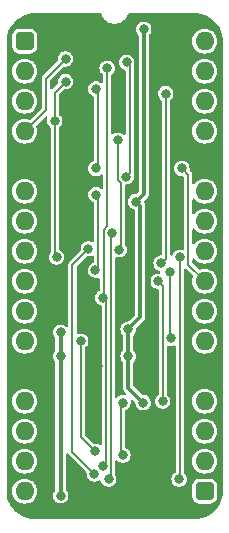
<source format=gbl>
%TF.GenerationSoftware,KiCad,Pcbnew,7.0.5*%
%TF.CreationDate,2024-03-06T14:36:34+02:00*%
%TF.ProjectId,Blank and Sync,426c616e-6b20-4616-9e64-2053796e632e,V0*%
%TF.SameCoordinates,PX6d01460PY32de760*%
%TF.FileFunction,Copper,L2,Bot*%
%TF.FilePolarity,Positive*%
%FSLAX46Y46*%
G04 Gerber Fmt 4.6, Leading zero omitted, Abs format (unit mm)*
G04 Created by KiCad (PCBNEW 7.0.5) date 2024-03-06 14:36:34*
%MOMM*%
%LPD*%
G01*
G04 APERTURE LIST*
G04 Aperture macros list*
%AMRoundRect*
0 Rectangle with rounded corners*
0 $1 Rounding radius*
0 $2 $3 $4 $5 $6 $7 $8 $9 X,Y pos of 4 corners*
0 Add a 4 corners polygon primitive as box body*
4,1,4,$2,$3,$4,$5,$6,$7,$8,$9,$2,$3,0*
0 Add four circle primitives for the rounded corners*
1,1,$1+$1,$2,$3*
1,1,$1+$1,$4,$5*
1,1,$1+$1,$6,$7*
1,1,$1+$1,$8,$9*
0 Add four rect primitives between the rounded corners*
20,1,$1+$1,$2,$3,$4,$5,0*
20,1,$1+$1,$4,$5,$6,$7,0*
20,1,$1+$1,$6,$7,$8,$9,0*
20,1,$1+$1,$8,$9,$2,$3,0*%
G04 Aperture macros list end*
%TA.AperFunction,ComponentPad*%
%ADD10RoundRect,0.400000X-0.400000X-0.400000X0.400000X-0.400000X0.400000X0.400000X-0.400000X0.400000X0*%
%TD*%
%TA.AperFunction,ComponentPad*%
%ADD11O,1.600000X1.600000*%
%TD*%
%TA.AperFunction,ComponentPad*%
%ADD12R,1.600000X1.600000*%
%TD*%
%TA.AperFunction,ViaPad*%
%ADD13C,0.800000*%
%TD*%
%TA.AperFunction,Conductor*%
%ADD14C,0.380000*%
%TD*%
%TA.AperFunction,Conductor*%
%ADD15C,0.200000*%
%TD*%
G04 APERTURE END LIST*
D10*
%TO.P,J1,1,Pin_1*%
%TO.N,/5V*%
X0Y0D03*
D11*
%TO.P,J1,2,Pin_2*%
%TO.N,unconnected-(J1-Pin_2-Pad2)*%
X0Y-2540000D03*
%TO.P,J1,3,Pin_3*%
%TO.N,unconnected-(J1-Pin_3-Pad3)*%
X0Y-5080000D03*
%TO.P,J1,4,Pin_4*%
%TO.N,/~{Front Porch Start} _{CMP}*%
X0Y-7620000D03*
D12*
%TO.P,J1,5,Pin_5*%
%TO.N,/GND*%
X0Y-10160000D03*
D11*
%TO.P,J1,6,Pin_6*%
%TO.N,/~{Sync Start} _{CMP}*%
X0Y-12700000D03*
%TO.P,J1,7,Pin_7*%
%TO.N,unconnected-(J1-Pin_7-Pad7)*%
X0Y-15240000D03*
%TO.P,J1,8,Pin_8*%
%TO.N,/CLK*%
X0Y-17780000D03*
%TO.P,J1,9,Pin_9*%
%TO.N,unconnected-(J1-Pin_9-Pad9)*%
X0Y-20320000D03*
%TO.P,J1,10,Pin_10*%
%TO.N,unconnected-(J1-Pin_10-Pad10)*%
X0Y-22860000D03*
%TO.P,J1,11,Pin_11*%
%TO.N,/~{Back Porch Start} _{CMP}*%
X0Y-25400000D03*
D12*
%TO.P,J1,12,Pin_12*%
%TO.N,/GND*%
X0Y-27940000D03*
D11*
%TO.P,J1,13,Pin_13*%
%TO.N,/~{Back Porch End} _{CMP}*%
X0Y-30480000D03*
%TO.P,J1,14,Pin_14*%
%TO.N,unconnected-(J1-Pin_14-Pad14)*%
X0Y-33020000D03*
%TO.P,J1,15,Pin_15*%
%TO.N,unconnected-(J1-Pin_15-Pad15)*%
X0Y-35560000D03*
%TO.P,J1,16,Pin_16*%
%TO.N,unconnected-(J1-Pin_16-Pad16)*%
X0Y-38100000D03*
D10*
%TO.P,J1,17,Pin_17*%
%TO.N,/5V*%
X15240000Y-38100000D03*
D11*
%TO.P,J1,18,Pin_18*%
%TO.N,/~{Back Porch End}*%
X15240000Y-35560000D03*
%TO.P,J1,19,Pin_19*%
%TO.N,unconnected-(J1-Pin_19-Pad19)*%
X15240000Y-33020000D03*
%TO.P,J1,20,Pin_20*%
%TO.N,/~{Sync}*%
X15240000Y-30480000D03*
D12*
%TO.P,J1,21,Pin_21*%
%TO.N,/GND*%
X15240000Y-27940000D03*
D11*
%TO.P,J1,22,Pin_22*%
%TO.N,/Sync*%
X15240000Y-25400000D03*
%TO.P,J1,23,Pin_23*%
%TO.N,unconnected-(J1-Pin_23-Pad23)*%
X15240000Y-22860000D03*
%TO.P,J1,24,Pin_24*%
%TO.N,/Last + 1*%
X15240000Y-20320000D03*
%TO.P,J1,25,Pin_25*%
%TO.N,/First*%
X15240000Y-17780000D03*
%TO.P,J1,26,Pin_26*%
%TO.N,unconnected-(J1-Pin_26-Pad26)*%
X15240000Y-15240000D03*
%TO.P,J1,27,Pin_27*%
%TO.N,/~{Blank}*%
X15240000Y-12700000D03*
D12*
%TO.P,J1,28,Pin_28*%
%TO.N,/GND*%
X15240000Y-10160000D03*
D11*
%TO.P,J1,29,Pin_29*%
%TO.N,/Blank*%
X15240000Y-7620000D03*
%TO.P,J1,30,Pin_30*%
%TO.N,unconnected-(J1-Pin_30-Pad30)*%
X15240000Y-5080000D03*
%TO.P,J1,31,Pin_31*%
%TO.N,/~{Front Porch Start}*%
X15240000Y-2540000D03*
%TO.P,J1,32,Pin_32*%
%TO.N,unconnected-(J1-Pin_32-Pad32)*%
X15240000Y0D03*
%TD*%
D13*
%TO.N,/5V*%
X3048002Y-24637998D03*
X3048000Y-38481000D03*
X3048000Y-26670000D03*
%TO.N,/GND*%
X6161000Y-23368000D03*
X6096000Y-32131000D03*
X10948479Y-5588000D03*
X5125000Y-20288036D03*
X10795000Y-13716000D03*
X10668000Y-27559000D03*
X11049000Y-9652000D03*
X10668000Y-24384000D03*
X6096000Y-29464000D03*
X6201000Y-27516123D03*
%TO.N,/3.3V*%
X9398000Y-13589000D03*
X10033000Y-30607000D03*
X8763000Y-24384000D03*
X8763000Y-26670008D03*
X10078030Y1016000D03*
%TO.N,/~{Front Porch Start} _{CMP}*%
X3457000Y-1494000D03*
%TO.N,/CLK*%
X6601000Y-35941000D03*
X6601000Y-21717000D03*
X6985000Y-2286000D03*
%TO.N,/~{Front Porch Start}*%
X2695000Y-18287993D03*
X3457000Y-3429000D03*
X2540000Y-6731000D03*
%TO.N,/~{Sync Start}*%
X11938010Y-4445000D03*
X11557000Y-18796000D03*
%TO.N,/~{Sync Start} _{CMP}*%
X8636000Y-1778000D03*
X8593477Y-11475378D03*
%TO.N,/~{Back Porch Start} _{CMP}*%
X4745008Y-25400000D03*
X5965988Y-34727742D03*
%TO.N,/~{Back Porch Start}*%
X5905125Y-36659167D03*
X5383220Y-17575220D03*
%TO.N,/~{Back Porch End}*%
X7391514Y-16253000D03*
X7112000Y-37084000D03*
%TO.N,/~{Back Porch End} _{CMP}*%
X8320000Y-35052000D03*
X8320000Y-30607000D03*
%TO.N,/Blank*%
X7893511Y-8382000D03*
X8001000Y-17653000D03*
%TO.N,/~{Blank}*%
X5991514Y-19388483D03*
X6031006Y-12992091D03*
%TO.N,/~{Sync}*%
X11684000Y-30480000D03*
X11302997Y-20319997D03*
%TO.N,/Sync*%
X12381000Y-25146000D03*
X12319000Y-19558000D03*
%TO.N,/Last + 1*%
X13315379Y-10775379D03*
X6031006Y-4050692D03*
X6030992Y-10775378D03*
%TO.N,/First*%
X13081000Y-37084000D03*
X13143000Y-18288000D03*
%TD*%
D14*
%TO.N,/5V*%
X3048000Y-24638000D02*
X3048002Y-24637998D01*
X3048000Y-38481000D02*
X3048000Y-26670000D01*
X3048000Y-26670000D02*
X3048000Y-24638000D01*
%TO.N,/GND*%
X6161000Y-23368000D02*
X6096004Y-23432996D01*
X10795000Y-13716000D02*
X11049000Y-13462000D01*
X11049000Y-13462000D02*
X11049000Y-9652000D01*
X11049000Y-9652000D02*
X11049000Y-5688521D01*
X10668000Y-21971000D02*
X10512997Y-21815997D01*
X10668000Y-24384000D02*
X10668000Y-27559000D01*
X10668000Y-24384000D02*
X10668000Y-21971000D01*
X5125000Y-22332000D02*
X5125000Y-20288036D01*
X11049000Y-5688521D02*
X10948479Y-5588000D01*
X6096004Y-23432996D02*
X6096004Y-27411127D01*
X6096000Y-29464000D02*
X6096000Y-32131000D01*
X6096004Y-27411127D02*
X6201000Y-27516123D01*
X10512997Y-13998003D02*
X10795000Y-13716000D01*
X10512997Y-21815997D02*
X10512997Y-13998003D01*
X6161000Y-23368000D02*
X5125000Y-22332000D01*
%TO.N,/3.3V*%
X9398000Y-13589000D02*
X10078030Y-12908970D01*
X8763000Y-26670008D02*
X8763000Y-29337000D01*
X9779000Y-13970000D02*
X9398000Y-13589000D01*
X10078030Y-12908970D02*
X10078030Y1016000D01*
X8763000Y-24384000D02*
X8763000Y-26670008D01*
X8763000Y-29337000D02*
X10033000Y-30607000D01*
X8763000Y-24384000D02*
X9779000Y-23368000D01*
X9779000Y-23368000D02*
X9779000Y-13970000D01*
D15*
%TO.N,/~{Front Porch Start} _{CMP}*%
X0Y-7620000D02*
X1778000Y-5842000D01*
X1778000Y-3173000D02*
X3457000Y-1494000D01*
X1778000Y-5842000D02*
X1778000Y-3173000D01*
%TO.N,/CLK*%
X6901000Y-35641000D02*
X6901000Y-22017000D01*
X6601000Y-35941000D02*
X6901000Y-35641000D01*
X6691514Y-15963050D02*
X6691514Y-21626486D01*
X6691514Y-21626486D02*
X6601000Y-21717000D01*
X6985000Y-2286000D02*
X6985000Y-15669564D01*
X6901000Y-22017000D02*
X6601000Y-21717000D01*
X6985000Y-15669564D02*
X6691514Y-15963050D01*
%TO.N,/~{Front Porch Start}*%
X2540000Y-18132993D02*
X2695000Y-18287993D01*
X2540000Y-4346000D02*
X3457000Y-3429000D01*
X2540000Y-6731000D02*
X2540000Y-18132993D01*
X2540000Y-6731000D02*
X2540000Y-4346000D01*
%TO.N,/~{Sync Start}*%
X11938000Y-4445010D02*
X11938010Y-4445000D01*
X11938000Y-18415000D02*
X11938000Y-4445010D01*
X11557000Y-18796000D02*
X11938000Y-18415000D01*
%TO.N,/~{Sync Start} _{CMP}*%
X8890000Y-11178855D02*
X8593477Y-11475378D01*
X8636000Y-1778000D02*
X8890000Y-2032000D01*
X8890000Y-2032000D02*
X8890000Y-11178855D01*
%TO.N,/~{Back Porch Start} _{CMP}*%
X4745008Y-25400000D02*
X4745000Y-25400008D01*
X4745000Y-33506754D02*
X5965988Y-34727742D01*
X4745000Y-25400008D02*
X4745000Y-33506754D01*
%TO.N,/~{Back Porch Start}*%
X4045000Y-34799042D02*
X5905125Y-36659167D01*
X4045000Y-18913440D02*
X4045000Y-34799042D01*
X5383220Y-17575220D02*
X4045000Y-18913440D01*
%TO.N,/~{Back Porch End}*%
X7112000Y-37084000D02*
X7301000Y-36895000D01*
X7301000Y-16343514D02*
X7391514Y-16253000D01*
X7301000Y-36895000D02*
X7301000Y-16343514D01*
%TO.N,/~{Back Porch End} _{CMP}*%
X8128000Y-34860000D02*
X8128000Y-30799000D01*
X8128000Y-30799000D02*
X8320000Y-30607000D01*
X8320000Y-35052000D02*
X8128000Y-34860000D01*
%TO.N,/Blank*%
X8131020Y-12002871D02*
X8131020Y-17522980D01*
X7893511Y-8382000D02*
X7893511Y-11765362D01*
X7893511Y-11765362D02*
X8131020Y-12002871D01*
X8131020Y-17522980D02*
X8001000Y-17653000D01*
%TO.N,/~{Blank}*%
X6031006Y-12992091D02*
X6229804Y-13190889D01*
X6229804Y-13190889D02*
X6229804Y-19150193D01*
X6229804Y-19150193D02*
X5991514Y-19388483D01*
%TO.N,/~{Sync}*%
X11681000Y-30477000D02*
X11681000Y-20698000D01*
X11684000Y-30480000D02*
X11681000Y-30477000D01*
X11681000Y-20698000D02*
X11302997Y-20319997D01*
%TO.N,/Sync*%
X12319000Y-19558000D02*
X12319000Y-25084000D01*
X12319000Y-25084000D02*
X12381000Y-25146000D01*
%TO.N,/Last + 1*%
X13843000Y-11303000D02*
X13315379Y-10775379D01*
X13843000Y-18923000D02*
X13843000Y-11303000D01*
X6223000Y-10583370D02*
X6030992Y-10775378D01*
X6031006Y-4050692D02*
X6223000Y-4242686D01*
X6223000Y-4242686D02*
X6223000Y-10583370D01*
X15240000Y-20320000D02*
X13843000Y-18923000D01*
%TO.N,/First*%
X13143000Y-18288000D02*
X13143000Y-37022000D01*
X13143000Y-37022000D02*
X13081000Y-37084000D01*
%TD*%
%TA.AperFunction,Conductor*%
%TO.N,/GND*%
G36*
X14349134Y2363257D02*
G01*
X14349400Y2363233D01*
X14360100Y2363233D01*
X14402395Y2363233D01*
X14406138Y2363120D01*
X14424192Y2362029D01*
X14685390Y2346233D01*
X14692824Y2345329D01*
X14966153Y2295243D01*
X14973415Y2293452D01*
X15238710Y2210785D01*
X15245716Y2208128D01*
X15499109Y2094089D01*
X15505740Y2090609D01*
X15743553Y1946848D01*
X15749700Y1942605D01*
X15968452Y1771227D01*
X15974049Y1766267D01*
X16170543Y1569776D01*
X16175513Y1564167D01*
X16346879Y1345436D01*
X16351136Y1339269D01*
X16494893Y1101468D01*
X16498375Y1094833D01*
X16612419Y841443D01*
X16615072Y834449D01*
X16692351Y586453D01*
X16697742Y569153D01*
X16699535Y561877D01*
X16749624Y288552D01*
X16750527Y281113D01*
X16767386Y2432D01*
X16767499Y-1313D01*
X16767499Y-38098138D01*
X16767386Y-38101883D01*
X16750494Y-38381108D01*
X16749591Y-38388547D01*
X16699504Y-38661864D01*
X16697711Y-38669140D01*
X16615044Y-38934428D01*
X16612386Y-38941435D01*
X16498348Y-39194815D01*
X16494865Y-39201451D01*
X16351111Y-39439246D01*
X16346854Y-39445413D01*
X16175489Y-39664143D01*
X16170519Y-39669752D01*
X15974032Y-39866237D01*
X15968423Y-39871206D01*
X15749687Y-40042573D01*
X15743520Y-40046830D01*
X15505730Y-40190576D01*
X15499095Y-40194058D01*
X15245708Y-40308095D01*
X15238702Y-40310752D01*
X14973405Y-40393419D01*
X14966129Y-40395213D01*
X14692820Y-40445295D01*
X14685381Y-40446199D01*
X14405610Y-40463119D01*
X14401867Y-40463232D01*
X13716000Y-40463232D01*
X13716000Y-38565701D01*
X14189500Y-38565701D01*
X14192401Y-38602567D01*
X14192402Y-38602573D01*
X14238254Y-38760393D01*
X14238255Y-38760396D01*
X14321917Y-38901862D01*
X14321923Y-38901870D01*
X14438129Y-39018076D01*
X14438133Y-39018079D01*
X14438135Y-39018081D01*
X14579602Y-39101744D01*
X14621224Y-39113836D01*
X14737426Y-39147597D01*
X14737429Y-39147597D01*
X14737431Y-39147598D01*
X14774306Y-39150500D01*
X14774314Y-39150500D01*
X15705686Y-39150500D01*
X15705694Y-39150500D01*
X15742569Y-39147598D01*
X15742571Y-39147597D01*
X15742573Y-39147597D01*
X15784191Y-39135505D01*
X15900398Y-39101744D01*
X16041865Y-39018081D01*
X16158081Y-38901865D01*
X16241744Y-38760398D01*
X16287598Y-38602569D01*
X16290500Y-38565694D01*
X16290500Y-37634306D01*
X16287598Y-37597431D01*
X16241744Y-37439602D01*
X16158081Y-37298135D01*
X16158079Y-37298133D01*
X16158076Y-37298129D01*
X16041870Y-37181923D01*
X16041862Y-37181917D01*
X15900396Y-37098255D01*
X15900393Y-37098254D01*
X15742573Y-37052402D01*
X15742567Y-37052401D01*
X15705701Y-37049500D01*
X15705694Y-37049500D01*
X14774306Y-37049500D01*
X14774298Y-37049500D01*
X14737432Y-37052401D01*
X14737426Y-37052402D01*
X14579606Y-37098254D01*
X14579603Y-37098255D01*
X14438137Y-37181917D01*
X14438129Y-37181923D01*
X14321923Y-37298129D01*
X14321917Y-37298137D01*
X14238255Y-37439603D01*
X14238254Y-37439606D01*
X14192402Y-37597426D01*
X14192401Y-37597432D01*
X14189500Y-37634298D01*
X14189500Y-38565701D01*
X13716000Y-38565701D01*
X13716000Y-37244079D01*
X13717237Y-37240818D01*
X13736278Y-37084000D01*
X13736278Y-37083999D01*
X13717237Y-36927181D01*
X13716000Y-36923919D01*
X13716000Y-35559999D01*
X14184417Y-35559999D01*
X14204699Y-35765932D01*
X14204700Y-35765934D01*
X14264768Y-35963954D01*
X14362315Y-36146450D01*
X14362317Y-36146452D01*
X14493589Y-36306410D01*
X14590209Y-36385702D01*
X14653550Y-36437685D01*
X14836046Y-36535232D01*
X15034066Y-36595300D01*
X15034065Y-36595300D01*
X15052529Y-36597118D01*
X15240000Y-36615583D01*
X15445934Y-36595300D01*
X15643954Y-36535232D01*
X15826450Y-36437685D01*
X15986410Y-36306410D01*
X16117685Y-36146450D01*
X16215232Y-35963954D01*
X16275300Y-35765934D01*
X16295583Y-35560000D01*
X16275300Y-35354066D01*
X16215232Y-35156046D01*
X16117685Y-34973550D01*
X16065702Y-34910209D01*
X15986410Y-34813589D01*
X15826452Y-34682317D01*
X15826453Y-34682317D01*
X15826450Y-34682315D01*
X15643954Y-34584768D01*
X15445934Y-34524700D01*
X15445932Y-34524699D01*
X15445934Y-34524699D01*
X15258463Y-34506235D01*
X15240000Y-34504417D01*
X15239999Y-34504417D01*
X15034067Y-34524699D01*
X14836043Y-34584769D01*
X14725897Y-34643643D01*
X14653550Y-34682315D01*
X14653548Y-34682316D01*
X14653547Y-34682317D01*
X14493589Y-34813589D01*
X14362317Y-34973547D01*
X14264769Y-35156043D01*
X14204699Y-35354067D01*
X14184417Y-35559999D01*
X13716000Y-35559999D01*
X13716000Y-33020000D01*
X14184417Y-33020000D01*
X14204699Y-33225932D01*
X14204700Y-33225934D01*
X14264768Y-33423954D01*
X14362315Y-33606450D01*
X14362317Y-33606452D01*
X14493589Y-33766410D01*
X14590209Y-33845702D01*
X14653550Y-33897685D01*
X14836046Y-33995232D01*
X15034066Y-34055300D01*
X15034065Y-34055300D01*
X15052529Y-34057118D01*
X15240000Y-34075583D01*
X15445934Y-34055300D01*
X15643954Y-33995232D01*
X15826450Y-33897685D01*
X15986410Y-33766410D01*
X16117685Y-33606450D01*
X16215232Y-33423954D01*
X16275300Y-33225934D01*
X16295583Y-33020000D01*
X16275300Y-32814066D01*
X16215232Y-32616046D01*
X16117685Y-32433550D01*
X16065702Y-32370209D01*
X15986410Y-32273589D01*
X15826452Y-32142317D01*
X15826453Y-32142317D01*
X15826450Y-32142315D01*
X15643954Y-32044768D01*
X15445934Y-31984700D01*
X15445932Y-31984699D01*
X15445934Y-31984699D01*
X15240000Y-31964417D01*
X15034067Y-31984699D01*
X14836043Y-32044769D01*
X14725897Y-32103643D01*
X14653550Y-32142315D01*
X14653548Y-32142316D01*
X14653547Y-32142317D01*
X14493589Y-32273589D01*
X14362317Y-32433547D01*
X14264769Y-32616043D01*
X14204699Y-32814067D01*
X14184417Y-33020000D01*
X13716000Y-33020000D01*
X13716000Y-30480000D01*
X14184417Y-30480000D01*
X14204699Y-30685932D01*
X14204700Y-30685934D01*
X14264768Y-30883954D01*
X14362315Y-31066450D01*
X14362317Y-31066452D01*
X14493589Y-31226410D01*
X14590209Y-31305702D01*
X14653550Y-31357685D01*
X14836046Y-31455232D01*
X15034066Y-31515300D01*
X15034065Y-31515300D01*
X15054347Y-31517297D01*
X15240000Y-31535583D01*
X15445934Y-31515300D01*
X15643954Y-31455232D01*
X15826450Y-31357685D01*
X15986410Y-31226410D01*
X16117685Y-31066450D01*
X16215232Y-30883954D01*
X16275300Y-30685934D01*
X16295583Y-30480000D01*
X16275300Y-30274066D01*
X16215232Y-30076046D01*
X16117685Y-29893550D01*
X16065702Y-29830209D01*
X15986410Y-29733589D01*
X15826452Y-29602317D01*
X15826453Y-29602317D01*
X15826450Y-29602315D01*
X15643954Y-29504768D01*
X15445934Y-29444700D01*
X15445932Y-29444699D01*
X15445934Y-29444699D01*
X15258463Y-29426235D01*
X15240000Y-29424417D01*
X15239999Y-29424417D01*
X15034067Y-29444699D01*
X14836043Y-29504769D01*
X14725897Y-29563643D01*
X14653550Y-29602315D01*
X14653548Y-29602316D01*
X14653547Y-29602317D01*
X14493589Y-29733589D01*
X14362317Y-29893547D01*
X14264769Y-30076043D01*
X14204699Y-30274067D01*
X14184417Y-30480000D01*
X13716000Y-30480000D01*
X13716000Y-25399999D01*
X14184417Y-25399999D01*
X14204699Y-25605932D01*
X14204700Y-25605934D01*
X14264768Y-25803954D01*
X14362315Y-25986450D01*
X14362317Y-25986452D01*
X14493589Y-26146410D01*
X14590209Y-26225702D01*
X14653550Y-26277685D01*
X14836046Y-26375232D01*
X15034066Y-26435300D01*
X15034065Y-26435300D01*
X15054347Y-26437297D01*
X15240000Y-26455583D01*
X15445934Y-26435300D01*
X15643954Y-26375232D01*
X15826450Y-26277685D01*
X15986410Y-26146410D01*
X16117685Y-25986450D01*
X16215232Y-25803954D01*
X16275300Y-25605934D01*
X16295583Y-25400000D01*
X16275300Y-25194066D01*
X16215232Y-24996046D01*
X16117685Y-24813550D01*
X16065702Y-24750209D01*
X15986410Y-24653589D01*
X15826452Y-24522317D01*
X15826453Y-24522317D01*
X15826450Y-24522315D01*
X15643954Y-24424768D01*
X15445934Y-24364700D01*
X15445932Y-24364699D01*
X15445934Y-24364699D01*
X15258463Y-24346235D01*
X15240000Y-24344417D01*
X15239999Y-24344417D01*
X15034067Y-24364699D01*
X14836043Y-24424769D01*
X14725897Y-24483643D01*
X14653550Y-24522315D01*
X14653548Y-24522316D01*
X14653547Y-24522317D01*
X14493589Y-24653589D01*
X14362317Y-24813547D01*
X14264769Y-24996043D01*
X14204699Y-25194067D01*
X14184417Y-25399999D01*
X13716000Y-25399999D01*
X13716000Y-22859999D01*
X14184417Y-22859999D01*
X14204699Y-23065932D01*
X14204700Y-23065934D01*
X14264768Y-23263954D01*
X14362315Y-23446450D01*
X14362317Y-23446452D01*
X14493589Y-23606410D01*
X14590209Y-23685702D01*
X14653550Y-23737685D01*
X14836046Y-23835232D01*
X15034066Y-23895300D01*
X15034065Y-23895300D01*
X15054348Y-23897297D01*
X15240000Y-23915583D01*
X15445934Y-23895300D01*
X15643954Y-23835232D01*
X15826450Y-23737685D01*
X15986410Y-23606410D01*
X16117685Y-23446450D01*
X16215232Y-23263954D01*
X16275300Y-23065934D01*
X16295583Y-22860000D01*
X16275300Y-22654066D01*
X16215232Y-22456046D01*
X16117685Y-22273550D01*
X16065702Y-22210209D01*
X15986410Y-22113589D01*
X15826452Y-21982317D01*
X15826453Y-21982317D01*
X15826450Y-21982315D01*
X15643954Y-21884768D01*
X15445934Y-21824700D01*
X15445932Y-21824699D01*
X15445934Y-21824699D01*
X15240000Y-21804417D01*
X15034067Y-21824699D01*
X14836043Y-21884769D01*
X14725897Y-21943643D01*
X14653550Y-21982315D01*
X14653548Y-21982316D01*
X14653547Y-21982317D01*
X14493589Y-22113589D01*
X14362317Y-22273547D01*
X14264769Y-22456043D01*
X14204699Y-22654067D01*
X14184417Y-22859999D01*
X13716000Y-22859999D01*
X13716000Y-19291682D01*
X14229808Y-19805490D01*
X14263293Y-19866813D01*
X14260788Y-19929166D01*
X14204699Y-20114067D01*
X14184417Y-20320000D01*
X14204699Y-20525932D01*
X14204700Y-20525934D01*
X14264768Y-20723954D01*
X14362315Y-20906450D01*
X14362317Y-20906452D01*
X14493589Y-21066410D01*
X14590209Y-21145702D01*
X14653550Y-21197685D01*
X14836046Y-21295232D01*
X15034066Y-21355300D01*
X15034065Y-21355300D01*
X15052529Y-21357118D01*
X15240000Y-21375583D01*
X15445934Y-21355300D01*
X15643954Y-21295232D01*
X15826450Y-21197685D01*
X15986410Y-21066410D01*
X16117685Y-20906450D01*
X16215232Y-20723954D01*
X16275300Y-20525934D01*
X16295583Y-20320000D01*
X16275300Y-20114066D01*
X16215232Y-19916046D01*
X16117685Y-19733550D01*
X16065702Y-19670209D01*
X15986410Y-19573589D01*
X15826452Y-19442317D01*
X15826453Y-19442317D01*
X15826450Y-19442315D01*
X15643954Y-19344768D01*
X15445934Y-19284700D01*
X15445932Y-19284699D01*
X15445934Y-19284699D01*
X15258463Y-19266235D01*
X15240000Y-19264417D01*
X15239999Y-19264417D01*
X15034067Y-19284699D01*
X14849166Y-19340788D01*
X14779299Y-19341411D01*
X14725490Y-19309808D01*
X14229819Y-18814136D01*
X14196334Y-18752813D01*
X14193500Y-18726455D01*
X14193500Y-18507305D01*
X14213185Y-18440266D01*
X14265989Y-18394511D01*
X14335147Y-18384567D01*
X14398703Y-18413592D01*
X14413354Y-18428641D01*
X14493589Y-18526410D01*
X14574149Y-18592523D01*
X14653550Y-18657685D01*
X14836046Y-18755232D01*
X15034066Y-18815300D01*
X15034065Y-18815300D01*
X15054347Y-18817297D01*
X15240000Y-18835583D01*
X15445934Y-18815300D01*
X15643954Y-18755232D01*
X15826450Y-18657685D01*
X15986410Y-18526410D01*
X16117685Y-18366450D01*
X16215232Y-18183954D01*
X16275300Y-17985934D01*
X16295583Y-17780000D01*
X16275300Y-17574066D01*
X16215232Y-17376046D01*
X16117685Y-17193550D01*
X16019262Y-17073620D01*
X15986410Y-17033589D01*
X15826452Y-16902317D01*
X15826453Y-16902317D01*
X15826450Y-16902315D01*
X15643954Y-16804768D01*
X15445934Y-16744700D01*
X15445932Y-16744699D01*
X15445934Y-16744699D01*
X15240000Y-16724417D01*
X15034067Y-16744699D01*
X14836043Y-16804769D01*
X14725897Y-16863643D01*
X14653550Y-16902315D01*
X14653548Y-16902316D01*
X14653547Y-16902317D01*
X14493589Y-17033590D01*
X14413352Y-17131359D01*
X14355606Y-17170693D01*
X14285762Y-17172564D01*
X14225993Y-17136376D01*
X14195278Y-17073620D01*
X14193500Y-17052705D01*
X14193500Y-15967301D01*
X14213184Y-15900266D01*
X14265988Y-15854511D01*
X14335146Y-15844567D01*
X14398702Y-15873592D01*
X14413352Y-15888640D01*
X14477911Y-15967305D01*
X14493590Y-15986410D01*
X14653550Y-16117685D01*
X14836046Y-16215232D01*
X15034066Y-16275300D01*
X15034065Y-16275300D01*
X15052529Y-16277118D01*
X15240000Y-16295583D01*
X15445934Y-16275300D01*
X15643954Y-16215232D01*
X15826450Y-16117685D01*
X15986410Y-15986410D01*
X16117685Y-15826450D01*
X16215232Y-15643954D01*
X16275300Y-15445934D01*
X16295583Y-15240000D01*
X16275300Y-15034066D01*
X16215232Y-14836046D01*
X16117685Y-14653550D01*
X16019262Y-14533620D01*
X15986410Y-14493589D01*
X15826452Y-14362317D01*
X15826453Y-14362317D01*
X15826450Y-14362315D01*
X15643954Y-14264768D01*
X15445934Y-14204700D01*
X15445932Y-14204699D01*
X15445934Y-14204699D01*
X15258463Y-14186235D01*
X15240000Y-14184417D01*
X15239999Y-14184417D01*
X15034067Y-14204699D01*
X14836043Y-14264769D01*
X14725898Y-14323643D01*
X14653550Y-14362315D01*
X14653548Y-14362316D01*
X14653547Y-14362317D01*
X14493589Y-14493590D01*
X14413352Y-14591359D01*
X14355606Y-14630693D01*
X14285762Y-14632564D01*
X14225993Y-14596376D01*
X14195278Y-14533620D01*
X14193500Y-14512705D01*
X14193500Y-13427301D01*
X14213184Y-13360266D01*
X14265988Y-13314511D01*
X14335146Y-13304567D01*
X14398702Y-13333592D01*
X14413352Y-13348640D01*
X14477911Y-13427305D01*
X14493590Y-13446410D01*
X14653550Y-13577685D01*
X14836046Y-13675232D01*
X15034066Y-13735300D01*
X15034065Y-13735300D01*
X15054347Y-13737297D01*
X15240000Y-13755583D01*
X15445934Y-13735300D01*
X15643954Y-13675232D01*
X15826450Y-13577685D01*
X15986410Y-13446410D01*
X16117685Y-13286450D01*
X16215232Y-13103954D01*
X16275300Y-12905934D01*
X16295583Y-12700000D01*
X16275300Y-12494066D01*
X16215232Y-12296046D01*
X16117685Y-12113550D01*
X16019262Y-11993620D01*
X15986410Y-11953589D01*
X15826452Y-11822317D01*
X15826453Y-11822317D01*
X15826450Y-11822315D01*
X15643954Y-11724768D01*
X15445934Y-11664700D01*
X15445932Y-11664699D01*
X15445934Y-11664699D01*
X15240000Y-11644417D01*
X15034067Y-11664699D01*
X14836043Y-11724769D01*
X14725898Y-11783643D01*
X14653550Y-11822315D01*
X14653548Y-11822316D01*
X14653547Y-11822317D01*
X14493589Y-11953590D01*
X14413352Y-12051359D01*
X14355606Y-12090693D01*
X14285762Y-12092564D01*
X14225993Y-12056376D01*
X14195278Y-11993620D01*
X14193499Y-11972694D01*
X14193499Y-11352212D01*
X14196139Y-11326761D01*
X14198043Y-11317685D01*
X14196087Y-11301994D01*
X14193977Y-11285061D01*
X14193500Y-11277385D01*
X14193500Y-11273962D01*
X14193500Y-11273960D01*
X14190118Y-11253699D01*
X14189754Y-11251190D01*
X14183573Y-11201607D01*
X14181477Y-11194568D01*
X14179091Y-11187616D01*
X14155317Y-11143688D01*
X14154157Y-11141437D01*
X14140949Y-11114418D01*
X14132200Y-11096519D01*
X14127919Y-11090524D01*
X14123420Y-11084744D01*
X14118160Y-11079902D01*
X14086642Y-11050887D01*
X14084820Y-11049138D01*
X13996068Y-10960386D01*
X13962583Y-10899063D01*
X13960653Y-10857763D01*
X13970657Y-10775379D01*
X13951616Y-10618561D01*
X13895599Y-10470856D01*
X13805862Y-10340849D01*
X13716000Y-10261239D01*
X13716000Y-7620000D01*
X14184417Y-7620000D01*
X14204699Y-7825932D01*
X14204700Y-7825934D01*
X14264768Y-8023954D01*
X14362315Y-8206450D01*
X14362317Y-8206452D01*
X14493589Y-8366410D01*
X14590209Y-8445702D01*
X14653550Y-8497685D01*
X14836046Y-8595232D01*
X15034066Y-8655300D01*
X15034065Y-8655300D01*
X15054347Y-8657297D01*
X15240000Y-8675583D01*
X15445934Y-8655300D01*
X15643954Y-8595232D01*
X15826450Y-8497685D01*
X15986410Y-8366410D01*
X16117685Y-8206450D01*
X16215232Y-8023954D01*
X16275300Y-7825934D01*
X16295583Y-7620000D01*
X16275300Y-7414066D01*
X16215232Y-7216046D01*
X16117685Y-7033550D01*
X16065702Y-6970209D01*
X15986410Y-6873589D01*
X15826452Y-6742317D01*
X15826453Y-6742317D01*
X15826450Y-6742315D01*
X15643954Y-6644768D01*
X15445934Y-6584700D01*
X15445932Y-6584699D01*
X15445934Y-6584699D01*
X15240000Y-6564417D01*
X15034067Y-6584699D01*
X14836043Y-6644769D01*
X14725898Y-6703643D01*
X14653550Y-6742315D01*
X14653548Y-6742316D01*
X14653547Y-6742317D01*
X14493589Y-6873589D01*
X14362317Y-7033547D01*
X14264769Y-7216043D01*
X14204699Y-7414067D01*
X14184417Y-7620000D01*
X13716000Y-7620000D01*
X13716000Y-5080000D01*
X14184417Y-5080000D01*
X14204699Y-5285932D01*
X14204700Y-5285934D01*
X14264768Y-5483954D01*
X14362315Y-5666450D01*
X14362317Y-5666452D01*
X14493589Y-5826410D01*
X14590209Y-5905702D01*
X14653550Y-5957685D01*
X14836046Y-6055232D01*
X15034066Y-6115300D01*
X15034065Y-6115300D01*
X15052529Y-6117118D01*
X15240000Y-6135583D01*
X15445934Y-6115300D01*
X15643954Y-6055232D01*
X15826450Y-5957685D01*
X15986410Y-5826410D01*
X16117685Y-5666450D01*
X16215232Y-5483954D01*
X16275300Y-5285934D01*
X16295583Y-5080000D01*
X16275300Y-4874066D01*
X16215232Y-4676046D01*
X16117685Y-4493550D01*
X16065702Y-4430209D01*
X15986410Y-4333589D01*
X15826452Y-4202317D01*
X15826453Y-4202317D01*
X15826450Y-4202315D01*
X15643954Y-4104768D01*
X15445934Y-4044700D01*
X15445932Y-4044699D01*
X15445934Y-4044699D01*
X15240000Y-4024417D01*
X15034067Y-4044699D01*
X14836043Y-4104769D01*
X14725898Y-4163643D01*
X14653550Y-4202315D01*
X14653548Y-4202316D01*
X14653547Y-4202317D01*
X14493589Y-4333589D01*
X14362317Y-4493547D01*
X14264769Y-4676043D01*
X14204699Y-4874067D01*
X14184417Y-5080000D01*
X13716000Y-5080000D01*
X13716000Y-2539999D01*
X14184417Y-2539999D01*
X14204699Y-2745932D01*
X14204700Y-2745934D01*
X14264768Y-2943954D01*
X14362315Y-3126450D01*
X14362317Y-3126452D01*
X14493589Y-3286410D01*
X14590209Y-3365702D01*
X14653550Y-3417685D01*
X14836046Y-3515232D01*
X15034066Y-3575300D01*
X15034065Y-3575300D01*
X15052529Y-3577118D01*
X15240000Y-3595583D01*
X15445934Y-3575300D01*
X15643954Y-3515232D01*
X15826450Y-3417685D01*
X15986410Y-3286410D01*
X16117685Y-3126450D01*
X16215232Y-2943954D01*
X16275300Y-2745934D01*
X16295583Y-2540000D01*
X16275300Y-2334066D01*
X16215232Y-2136046D01*
X16117685Y-1953550D01*
X16065702Y-1890209D01*
X15986410Y-1793589D01*
X15826452Y-1662317D01*
X15826453Y-1662317D01*
X15826450Y-1662315D01*
X15643954Y-1564768D01*
X15445934Y-1504700D01*
X15445932Y-1504699D01*
X15445934Y-1504699D01*
X15240000Y-1484417D01*
X15034067Y-1504699D01*
X14836043Y-1564769D01*
X14725898Y-1623643D01*
X14653550Y-1662315D01*
X14653548Y-1662316D01*
X14653547Y-1662317D01*
X14493589Y-1793589D01*
X14362317Y-1953547D01*
X14264769Y-2136043D01*
X14204699Y-2334067D01*
X14184417Y-2539999D01*
X13716000Y-2539999D01*
X13716000Y1D01*
X14184417Y1D01*
X14204699Y-205932D01*
X14204700Y-205934D01*
X14264768Y-403954D01*
X14362315Y-586450D01*
X14362317Y-586452D01*
X14493589Y-746410D01*
X14590209Y-825702D01*
X14653550Y-877685D01*
X14836046Y-975232D01*
X15034066Y-1035300D01*
X15034065Y-1035300D01*
X15052529Y-1037118D01*
X15240000Y-1055583D01*
X15445934Y-1035300D01*
X15643954Y-975232D01*
X15826450Y-877685D01*
X15986410Y-746410D01*
X16117685Y-586450D01*
X16215232Y-403954D01*
X16275300Y-205934D01*
X16295583Y0D01*
X16275300Y205934D01*
X16215232Y403954D01*
X16117685Y586450D01*
X16065702Y649791D01*
X15986410Y746411D01*
X15826452Y877683D01*
X15826453Y877683D01*
X15826450Y877685D01*
X15643954Y975232D01*
X15445934Y1035300D01*
X15445932Y1035301D01*
X15445934Y1035301D01*
X15240000Y1055583D01*
X15034067Y1035301D01*
X14836043Y975231D01*
X14725898Y916357D01*
X14653550Y877685D01*
X14653548Y877684D01*
X14653547Y877683D01*
X14493589Y746411D01*
X14362317Y586453D01*
X14362315Y586450D01*
X14323643Y514103D01*
X14264769Y403957D01*
X14204699Y205933D01*
X14184417Y1D01*
X13716000Y1D01*
X13716000Y2363522D01*
X14349134Y2363257D01*
G37*
%TD.AperFunction*%
%TD*%
%TA.AperFunction,Conductor*%
%TO.N,/GND*%
G36*
X1524000Y-2928688D02*
G01*
X1517143Y-2937498D01*
X1512067Y-2943248D01*
X1509634Y-2945681D01*
X1509624Y-2945694D01*
X1497695Y-2962401D01*
X1496164Y-2964453D01*
X1465483Y-3003872D01*
X1461975Y-3010353D01*
X1458761Y-3016931D01*
X1444506Y-3064809D01*
X1443725Y-3067246D01*
X1427499Y-3114511D01*
X1426293Y-3121742D01*
X1425382Y-3129043D01*
X1427446Y-3178946D01*
X1427499Y-3181508D01*
X1427499Y-5645456D01*
X1407814Y-5712495D01*
X1391180Y-5733137D01*
X514509Y-6609808D01*
X453186Y-6643293D01*
X390833Y-6640788D01*
X205934Y-6584700D01*
X205932Y-6584699D01*
X205934Y-6584699D01*
X0Y-6564417D01*
X-205933Y-6584699D01*
X-381308Y-6637898D01*
X-399091Y-6643293D01*
X-403957Y-6644769D01*
X-514102Y-6703643D01*
X-586450Y-6742315D01*
X-586452Y-6742316D01*
X-586453Y-6742317D01*
X-746411Y-6873589D01*
X-877683Y-7033547D01*
X-975231Y-7216043D01*
X-1035301Y-7414067D01*
X-1055583Y-7619999D01*
X-1035301Y-7825932D01*
X-1035300Y-7825934D01*
X-975232Y-8023954D01*
X-877685Y-8206450D01*
X-877683Y-8206452D01*
X-746411Y-8366410D01*
X-649791Y-8445702D01*
X-586450Y-8497685D01*
X-403954Y-8595232D01*
X-205934Y-8655300D01*
X-205935Y-8655300D01*
X-187471Y-8657118D01*
X0Y-8675583D01*
X205934Y-8655300D01*
X403954Y-8595232D01*
X586450Y-8497685D01*
X746410Y-8366410D01*
X877685Y-8206450D01*
X975232Y-8023954D01*
X1035300Y-7825934D01*
X1055583Y-7620000D01*
X1035300Y-7414066D01*
X979210Y-7229163D01*
X978588Y-7159298D01*
X1010189Y-7105491D01*
X1523999Y-6591681D01*
X1524000Y-40463232D01*
X837604Y-40463232D01*
X833861Y-40463119D01*
X554615Y-40446232D01*
X547175Y-40445328D01*
X273860Y-40395245D01*
X266584Y-40393451D01*
X1288Y-40310784D01*
X-5718Y-40308127D01*
X-259110Y-40194087D01*
X-265745Y-40190605D01*
X-503543Y-40046854D01*
X-509705Y-40042601D01*
X-728451Y-39871227D01*
X-734050Y-39866266D01*
X-930544Y-39669775D01*
X-935510Y-39664171D01*
X-1106880Y-39445435D01*
X-1111137Y-39439268D01*
X-1134367Y-39400842D01*
X-1254902Y-39201454D01*
X-1258368Y-39194851D01*
X-1372423Y-38941432D01*
X-1375070Y-38934455D01*
X-1457746Y-38669142D01*
X-1459537Y-38661873D01*
X-1509625Y-38388551D01*
X-1510529Y-38381112D01*
X-1527387Y-38102411D01*
X-1527460Y-38100000D01*
X-1055583Y-38100000D01*
X-1053368Y-38122497D01*
X-1035301Y-38305932D01*
X-1035300Y-38305934D01*
X-975232Y-38503954D01*
X-877685Y-38686450D01*
X-877683Y-38686452D01*
X-746411Y-38846410D01*
X-649791Y-38925702D01*
X-586450Y-38977685D01*
X-403954Y-39075232D01*
X-205934Y-39135300D01*
X-205935Y-39135300D01*
X-187471Y-39137118D01*
X0Y-39155583D01*
X205934Y-39135300D01*
X403954Y-39075232D01*
X586450Y-38977685D01*
X746410Y-38846410D01*
X877685Y-38686450D01*
X975232Y-38503954D01*
X1035300Y-38305934D01*
X1055583Y-38100000D01*
X1035300Y-37894066D01*
X975232Y-37696046D01*
X877685Y-37513550D01*
X825702Y-37450209D01*
X746410Y-37353589D01*
X586452Y-37222317D01*
X586453Y-37222317D01*
X586450Y-37222315D01*
X403954Y-37124768D01*
X205934Y-37064700D01*
X205932Y-37064699D01*
X205934Y-37064699D01*
X18463Y-37046235D01*
X0Y-37044417D01*
X-1Y-37044417D01*
X-205933Y-37064699D01*
X-403957Y-37124769D01*
X-514103Y-37183643D01*
X-586450Y-37222315D01*
X-586452Y-37222316D01*
X-586453Y-37222317D01*
X-746411Y-37353589D01*
X-877683Y-37513547D01*
X-975231Y-37696043D01*
X-1035301Y-37894067D01*
X-1051233Y-38055830D01*
X-1055583Y-38100000D01*
X-1527460Y-38100000D01*
X-1527500Y-38098667D01*
X-1527500Y-35560000D01*
X-1055583Y-35560000D01*
X-1035301Y-35765932D01*
X-1035300Y-35765934D01*
X-975232Y-35963954D01*
X-877685Y-36146450D01*
X-877683Y-36146452D01*
X-746411Y-36306410D01*
X-649791Y-36385702D01*
X-586450Y-36437685D01*
X-403954Y-36535232D01*
X-205934Y-36595300D01*
X-205935Y-36595300D01*
X-187471Y-36597118D01*
X0Y-36615583D01*
X205934Y-36595300D01*
X403954Y-36535232D01*
X586450Y-36437685D01*
X746410Y-36306410D01*
X877685Y-36146450D01*
X975232Y-35963954D01*
X1035300Y-35765934D01*
X1055583Y-35560000D01*
X1035300Y-35354066D01*
X975232Y-35156046D01*
X877685Y-34973550D01*
X825702Y-34910209D01*
X746410Y-34813589D01*
X586452Y-34682317D01*
X586453Y-34682317D01*
X586450Y-34682315D01*
X403954Y-34584768D01*
X205934Y-34524700D01*
X205932Y-34524699D01*
X205934Y-34524699D01*
X0Y-34504417D01*
X-205933Y-34524699D01*
X-403957Y-34584769D01*
X-514103Y-34643643D01*
X-586450Y-34682315D01*
X-586452Y-34682316D01*
X-586453Y-34682317D01*
X-746411Y-34813589D01*
X-877683Y-34973547D01*
X-975231Y-35156043D01*
X-1035301Y-35354067D01*
X-1055583Y-35560000D01*
X-1527500Y-35560000D01*
X-1527500Y-33019999D01*
X-1055583Y-33019999D01*
X-1035301Y-33225932D01*
X-1035300Y-33225934D01*
X-975232Y-33423954D01*
X-877685Y-33606450D01*
X-877683Y-33606452D01*
X-746411Y-33766410D01*
X-649791Y-33845702D01*
X-586450Y-33897685D01*
X-403954Y-33995232D01*
X-205934Y-34055300D01*
X-205935Y-34055300D01*
X-185653Y-34057297D01*
X0Y-34075583D01*
X205934Y-34055300D01*
X403954Y-33995232D01*
X586450Y-33897685D01*
X746410Y-33766410D01*
X877685Y-33606450D01*
X975232Y-33423954D01*
X1035300Y-33225934D01*
X1055583Y-33020000D01*
X1035300Y-32814066D01*
X975232Y-32616046D01*
X877685Y-32433550D01*
X825702Y-32370209D01*
X746410Y-32273589D01*
X586452Y-32142317D01*
X586453Y-32142317D01*
X586450Y-32142315D01*
X403954Y-32044768D01*
X205934Y-31984700D01*
X205932Y-31984699D01*
X205934Y-31984699D01*
X0Y-31964417D01*
X-205933Y-31984699D01*
X-403957Y-32044769D01*
X-514103Y-32103643D01*
X-586450Y-32142315D01*
X-586452Y-32142316D01*
X-586453Y-32142317D01*
X-746411Y-32273589D01*
X-877683Y-32433547D01*
X-975231Y-32616043D01*
X-1035301Y-32814067D01*
X-1055583Y-33019999D01*
X-1527500Y-33019999D01*
X-1527500Y-30480000D01*
X-1055583Y-30480000D01*
X-1035301Y-30685932D01*
X-1035300Y-30685934D01*
X-975232Y-30883954D01*
X-877685Y-31066450D01*
X-877683Y-31066452D01*
X-746411Y-31226410D01*
X-649791Y-31305702D01*
X-586450Y-31357685D01*
X-403954Y-31455232D01*
X-205934Y-31515300D01*
X-205935Y-31515300D01*
X-187471Y-31517118D01*
X0Y-31535583D01*
X205934Y-31515300D01*
X403954Y-31455232D01*
X586450Y-31357685D01*
X746410Y-31226410D01*
X877685Y-31066450D01*
X975232Y-30883954D01*
X1035300Y-30685934D01*
X1055583Y-30480000D01*
X1035300Y-30274066D01*
X975232Y-30076046D01*
X877685Y-29893550D01*
X825702Y-29830209D01*
X746410Y-29733589D01*
X586452Y-29602317D01*
X586453Y-29602317D01*
X586450Y-29602315D01*
X403954Y-29504768D01*
X205934Y-29444700D01*
X205932Y-29444699D01*
X205934Y-29444699D01*
X0Y-29424417D01*
X-205933Y-29444699D01*
X-403957Y-29504769D01*
X-514103Y-29563643D01*
X-586450Y-29602315D01*
X-586452Y-29602316D01*
X-586453Y-29602317D01*
X-746411Y-29733589D01*
X-877683Y-29893547D01*
X-975231Y-30076043D01*
X-1035301Y-30274067D01*
X-1055583Y-30480000D01*
X-1527500Y-30480000D01*
X-1527500Y-25399999D01*
X-1055583Y-25399999D01*
X-1035301Y-25605932D01*
X-1035300Y-25605934D01*
X-975232Y-25803954D01*
X-877685Y-25986450D01*
X-877683Y-25986452D01*
X-746411Y-26146410D01*
X-649791Y-26225702D01*
X-586450Y-26277685D01*
X-403954Y-26375232D01*
X-205934Y-26435300D01*
X-205935Y-26435300D01*
X-187471Y-26437118D01*
X0Y-26455583D01*
X205934Y-26435300D01*
X403954Y-26375232D01*
X586450Y-26277685D01*
X746410Y-26146410D01*
X877685Y-25986450D01*
X975232Y-25803954D01*
X1035300Y-25605934D01*
X1055583Y-25400000D01*
X1035300Y-25194066D01*
X975232Y-24996046D01*
X877685Y-24813550D01*
X825702Y-24750209D01*
X746410Y-24653589D01*
X586452Y-24522317D01*
X586453Y-24522317D01*
X586450Y-24522315D01*
X403954Y-24424768D01*
X205934Y-24364700D01*
X205932Y-24364699D01*
X205934Y-24364699D01*
X0Y-24344417D01*
X-205933Y-24364699D01*
X-403957Y-24424769D01*
X-514103Y-24483643D01*
X-586450Y-24522315D01*
X-586452Y-24522316D01*
X-586453Y-24522317D01*
X-746411Y-24653589D01*
X-877683Y-24813547D01*
X-975231Y-24996043D01*
X-1035301Y-25194067D01*
X-1055583Y-25399999D01*
X-1527500Y-25399999D01*
X-1527500Y-22860000D01*
X-1055583Y-22860000D01*
X-1035301Y-23065932D01*
X-1035300Y-23065934D01*
X-975232Y-23263954D01*
X-877685Y-23446450D01*
X-877683Y-23446452D01*
X-746411Y-23606410D01*
X-649791Y-23685702D01*
X-586450Y-23737685D01*
X-403954Y-23835232D01*
X-205934Y-23895300D01*
X-205935Y-23895300D01*
X-187471Y-23897118D01*
X0Y-23915583D01*
X205934Y-23895300D01*
X403954Y-23835232D01*
X586450Y-23737685D01*
X746410Y-23606410D01*
X877685Y-23446450D01*
X975232Y-23263954D01*
X1035300Y-23065934D01*
X1055583Y-22860000D01*
X1035300Y-22654066D01*
X975232Y-22456046D01*
X877685Y-22273550D01*
X825702Y-22210209D01*
X746410Y-22113589D01*
X586452Y-21982317D01*
X586453Y-21982317D01*
X586450Y-21982315D01*
X403954Y-21884768D01*
X205934Y-21824700D01*
X205932Y-21824699D01*
X205934Y-21824699D01*
X18463Y-21806235D01*
X0Y-21804417D01*
X-1Y-21804417D01*
X-205933Y-21824699D01*
X-403957Y-21884769D01*
X-514102Y-21943643D01*
X-586450Y-21982315D01*
X-586452Y-21982316D01*
X-586453Y-21982317D01*
X-746411Y-22113589D01*
X-877683Y-22273547D01*
X-975231Y-22456043D01*
X-1035301Y-22654067D01*
X-1055583Y-22860000D01*
X-1527500Y-22860000D01*
X-1527500Y-20319999D01*
X-1055583Y-20319999D01*
X-1035301Y-20525932D01*
X-1035300Y-20525934D01*
X-975232Y-20723954D01*
X-877685Y-20906450D01*
X-877683Y-20906452D01*
X-746411Y-21066410D01*
X-649791Y-21145702D01*
X-586450Y-21197685D01*
X-403954Y-21295232D01*
X-205934Y-21355300D01*
X-205935Y-21355300D01*
X-185653Y-21357297D01*
X0Y-21375583D01*
X205934Y-21355300D01*
X403954Y-21295232D01*
X586450Y-21197685D01*
X746410Y-21066410D01*
X877685Y-20906450D01*
X975232Y-20723954D01*
X1035300Y-20525934D01*
X1055583Y-20320000D01*
X1035300Y-20114066D01*
X975232Y-19916046D01*
X877685Y-19733550D01*
X825702Y-19670209D01*
X746410Y-19573589D01*
X586452Y-19442317D01*
X586453Y-19442317D01*
X586450Y-19442315D01*
X403954Y-19344768D01*
X205934Y-19284700D01*
X205932Y-19284699D01*
X205934Y-19284699D01*
X0Y-19264417D01*
X-205933Y-19284699D01*
X-403957Y-19344769D01*
X-514102Y-19403643D01*
X-586450Y-19442315D01*
X-586452Y-19442316D01*
X-586453Y-19442317D01*
X-746411Y-19573589D01*
X-877683Y-19733547D01*
X-975231Y-19916043D01*
X-1035301Y-20114067D01*
X-1055583Y-20319999D01*
X-1527500Y-20319999D01*
X-1527500Y-19264417D01*
X-1527500Y-17780000D01*
X-1055583Y-17780000D01*
X-1035301Y-17985932D01*
X-1035300Y-17985934D01*
X-975232Y-18183954D01*
X-877685Y-18366450D01*
X-877683Y-18366452D01*
X-746411Y-18526410D01*
X-649791Y-18605702D01*
X-586450Y-18657685D01*
X-403954Y-18755232D01*
X-205934Y-18815300D01*
X-205935Y-18815300D01*
X-187471Y-18817118D01*
X0Y-18835583D01*
X205934Y-18815300D01*
X403954Y-18755232D01*
X586450Y-18657685D01*
X746410Y-18526410D01*
X877685Y-18366450D01*
X975232Y-18183954D01*
X1035300Y-17985934D01*
X1055583Y-17780000D01*
X1035300Y-17574066D01*
X975232Y-17376046D01*
X877685Y-17193550D01*
X825702Y-17130209D01*
X746410Y-17033589D01*
X586452Y-16902317D01*
X586453Y-16902317D01*
X586450Y-16902315D01*
X403954Y-16804768D01*
X205934Y-16744700D01*
X205932Y-16744699D01*
X205934Y-16744699D01*
X18463Y-16726235D01*
X0Y-16724417D01*
X-1Y-16724417D01*
X-205933Y-16744699D01*
X-403957Y-16804769D01*
X-514102Y-16863643D01*
X-586450Y-16902315D01*
X-586452Y-16902316D01*
X-586453Y-16902317D01*
X-746411Y-17033589D01*
X-877683Y-17193547D01*
X-975231Y-17376043D01*
X-1035301Y-17574067D01*
X-1055583Y-17780000D01*
X-1527500Y-17780000D01*
X-1527500Y-15239999D01*
X-1055583Y-15239999D01*
X-1035301Y-15445932D01*
X-1035300Y-15445934D01*
X-975232Y-15643954D01*
X-877685Y-15826450D01*
X-877683Y-15826452D01*
X-746411Y-15986410D01*
X-649791Y-16065702D01*
X-586450Y-16117685D01*
X-403954Y-16215232D01*
X-205934Y-16275300D01*
X-205935Y-16275300D01*
X-185652Y-16277297D01*
X0Y-16295583D01*
X205934Y-16275300D01*
X403954Y-16215232D01*
X586450Y-16117685D01*
X746410Y-15986410D01*
X877685Y-15826450D01*
X975232Y-15643954D01*
X1035300Y-15445934D01*
X1055583Y-15240000D01*
X1035300Y-15034066D01*
X975232Y-14836046D01*
X877685Y-14653550D01*
X825702Y-14590209D01*
X746410Y-14493589D01*
X586452Y-14362317D01*
X586453Y-14362317D01*
X586450Y-14362315D01*
X403954Y-14264768D01*
X205934Y-14204700D01*
X205932Y-14204699D01*
X205934Y-14204699D01*
X0Y-14184417D01*
X-205933Y-14204699D01*
X-403957Y-14264769D01*
X-514102Y-14323643D01*
X-586450Y-14362315D01*
X-586452Y-14362316D01*
X-586453Y-14362317D01*
X-746411Y-14493589D01*
X-877683Y-14653547D01*
X-975231Y-14836043D01*
X-1035301Y-15034067D01*
X-1055583Y-15239999D01*
X-1527500Y-15239999D01*
X-1527500Y-12700000D01*
X-1055583Y-12700000D01*
X-1035301Y-12905932D01*
X-1035300Y-12905934D01*
X-975232Y-13103954D01*
X-877685Y-13286450D01*
X-877683Y-13286452D01*
X-746411Y-13446410D01*
X-649791Y-13525702D01*
X-586450Y-13577685D01*
X-403954Y-13675232D01*
X-205934Y-13735300D01*
X-205935Y-13735300D01*
X-187471Y-13737118D01*
X0Y-13755583D01*
X205934Y-13735300D01*
X403954Y-13675232D01*
X586450Y-13577685D01*
X746410Y-13446410D01*
X877685Y-13286450D01*
X975232Y-13103954D01*
X1035300Y-12905934D01*
X1055583Y-12700000D01*
X1035300Y-12494066D01*
X975232Y-12296046D01*
X877685Y-12113550D01*
X825702Y-12050209D01*
X746410Y-11953589D01*
X586452Y-11822317D01*
X586453Y-11822317D01*
X586450Y-11822315D01*
X403954Y-11724768D01*
X205934Y-11664700D01*
X205932Y-11664699D01*
X205934Y-11664699D01*
X18463Y-11646235D01*
X0Y-11644417D01*
X-1Y-11644417D01*
X-205933Y-11664699D01*
X-403957Y-11724769D01*
X-514102Y-11783643D01*
X-586450Y-11822315D01*
X-586452Y-11822316D01*
X-586453Y-11822317D01*
X-746411Y-11953589D01*
X-877683Y-12113547D01*
X-975231Y-12296043D01*
X-1035301Y-12494067D01*
X-1055583Y-12700000D01*
X-1527500Y-12700000D01*
X-1527500Y-5080000D01*
X-1055583Y-5080000D01*
X-1035301Y-5285932D01*
X-1035300Y-5285934D01*
X-975232Y-5483954D01*
X-877685Y-5666450D01*
X-877683Y-5666452D01*
X-746411Y-5826410D01*
X-656145Y-5900488D01*
X-586450Y-5957685D01*
X-403954Y-6055232D01*
X-205934Y-6115300D01*
X-205935Y-6115300D01*
X-187471Y-6117118D01*
X0Y-6135583D01*
X205934Y-6115300D01*
X403954Y-6055232D01*
X586450Y-5957685D01*
X746410Y-5826410D01*
X877685Y-5666450D01*
X975232Y-5483954D01*
X1035300Y-5285934D01*
X1055583Y-5080000D01*
X1035300Y-4874066D01*
X975232Y-4676046D01*
X877685Y-4493550D01*
X825702Y-4430209D01*
X746410Y-4333589D01*
X586452Y-4202317D01*
X586453Y-4202317D01*
X586450Y-4202315D01*
X403954Y-4104768D01*
X205934Y-4044700D01*
X205932Y-4044699D01*
X205934Y-4044699D01*
X0Y-4024417D01*
X-205933Y-4044699D01*
X-403957Y-4104769D01*
X-514102Y-4163643D01*
X-586450Y-4202315D01*
X-586452Y-4202316D01*
X-586453Y-4202317D01*
X-746411Y-4333589D01*
X-877683Y-4493547D01*
X-975231Y-4676043D01*
X-1035301Y-4874067D01*
X-1055583Y-5080000D01*
X-1527500Y-5080000D01*
X-1527500Y-2539999D01*
X-1055583Y-2539999D01*
X-1035301Y-2745932D01*
X-1035300Y-2745934D01*
X-985058Y-2911563D01*
X-975231Y-2943956D01*
X-974302Y-2945694D01*
X-877685Y-3126450D01*
X-843031Y-3168677D01*
X-746411Y-3286410D01*
X-649791Y-3365702D01*
X-586450Y-3417685D01*
X-403954Y-3515232D01*
X-205934Y-3575300D01*
X-205935Y-3575300D01*
X-187471Y-3577118D01*
X0Y-3595583D01*
X205934Y-3575300D01*
X403954Y-3515232D01*
X586450Y-3417685D01*
X746410Y-3286410D01*
X877685Y-3126450D01*
X975232Y-2943954D01*
X1035300Y-2745934D01*
X1055583Y-2540000D01*
X1035300Y-2334066D01*
X975232Y-2136046D01*
X877685Y-1953550D01*
X825702Y-1890209D01*
X746410Y-1793589D01*
X586452Y-1662317D01*
X586453Y-1662317D01*
X586450Y-1662315D01*
X403954Y-1564768D01*
X205934Y-1504700D01*
X205932Y-1504699D01*
X205934Y-1504699D01*
X0Y-1484417D01*
X-205933Y-1504699D01*
X-403957Y-1564769D01*
X-514102Y-1623643D01*
X-586450Y-1662315D01*
X-586452Y-1662316D01*
X-586453Y-1662317D01*
X-746411Y-1793589D01*
X-877683Y-1953547D01*
X-975231Y-2136043D01*
X-1035301Y-2334067D01*
X-1055583Y-2539999D01*
X-1527500Y-2539999D01*
X-1527500Y-465701D01*
X-1050500Y-465701D01*
X-1047599Y-502567D01*
X-1047598Y-502573D01*
X-1001746Y-660393D01*
X-1001745Y-660396D01*
X-918083Y-801862D01*
X-918077Y-801870D01*
X-801871Y-918076D01*
X-801867Y-918079D01*
X-801865Y-918081D01*
X-660398Y-1001744D01*
X-618776Y-1013836D01*
X-502574Y-1047597D01*
X-502571Y-1047597D01*
X-502569Y-1047598D01*
X-465694Y-1050500D01*
X-465686Y-1050500D01*
X465686Y-1050500D01*
X465694Y-1050500D01*
X502569Y-1047598D01*
X502571Y-1047597D01*
X502573Y-1047597D01*
X544191Y-1035505D01*
X660398Y-1001744D01*
X801865Y-918081D01*
X918081Y-801865D01*
X1001744Y-660398D01*
X1047598Y-502569D01*
X1050500Y-465694D01*
X1050500Y465694D01*
X1047598Y502569D01*
X1001744Y660398D01*
X918081Y801865D01*
X918079Y801867D01*
X918076Y801871D01*
X801870Y918077D01*
X801862Y918083D01*
X660396Y1001745D01*
X660393Y1001746D01*
X502573Y1047598D01*
X502567Y1047599D01*
X465701Y1050500D01*
X465694Y1050500D01*
X-465694Y1050500D01*
X-465702Y1050500D01*
X-502568Y1047599D01*
X-502574Y1047598D01*
X-660394Y1001746D01*
X-660397Y1001745D01*
X-801863Y918083D01*
X-801871Y918077D01*
X-918077Y801871D01*
X-918083Y801863D01*
X-1001745Y660397D01*
X-1001746Y660394D01*
X-1047598Y502574D01*
X-1047599Y502568D01*
X-1050500Y465702D01*
X-1050500Y-465701D01*
X-1527500Y-465701D01*
X-1527500Y-1842D01*
X-1527389Y1837D01*
X-1516418Y183206D01*
X-1510495Y281109D01*
X-1509592Y288548D01*
X-1459505Y561865D01*
X-1457712Y569141D01*
X-1429276Y660394D01*
X-1375038Y834450D01*
X-1372395Y841417D01*
X-1258342Y1094831D01*
X-1254870Y1101446D01*
X-1111107Y1339255D01*
X-1106855Y1345414D01*
X-1073756Y1387661D01*
X-935479Y1564157D01*
X-930520Y1569753D01*
X-734033Y1766238D01*
X-728424Y1771207D01*
X-549263Y1911569D01*
X-509681Y1942580D01*
X-503539Y1946819D01*
X-265713Y2090587D01*
X-259108Y2094054D01*
X-5699Y2208101D01*
X1297Y2210753D01*
X266594Y2293420D01*
X273861Y2295212D01*
X547180Y2345297D01*
X554610Y2346199D01*
X834389Y2363119D01*
X838133Y2363232D01*
X890799Y2363232D01*
X891059Y2363256D01*
X1524000Y2363521D01*
X1524000Y-2928688D01*
G37*
%TD.AperFunction*%
%TD*%
%TA.AperFunction,Conductor*%
%TO.N,/GND*%
G36*
X5831239Y-18156596D02*
G01*
X5872184Y-18213212D01*
X5879304Y-18254626D01*
X5879304Y-18649023D01*
X5859619Y-18716062D01*
X5806815Y-18761817D01*
X5784980Y-18769419D01*
X5759152Y-18775785D01*
X5759148Y-18775786D01*
X5619276Y-18849198D01*
X5501030Y-18953954D01*
X5411295Y-19083958D01*
X5411294Y-19083959D01*
X5355276Y-19231664D01*
X5336236Y-19388482D01*
X5336236Y-19388483D01*
X5355276Y-19545301D01*
X5393758Y-19646767D01*
X5411294Y-19693006D01*
X5501031Y-19823013D01*
X5619274Y-19927766D01*
X5619276Y-19927767D01*
X5759148Y-20001179D01*
X5912528Y-20038983D01*
X5912529Y-20038983D01*
X6070499Y-20038983D01*
X6187339Y-20010185D01*
X6257140Y-20013254D01*
X6314202Y-20053574D01*
X6340408Y-20118343D01*
X6341013Y-20130582D01*
X6341013Y-21043840D01*
X6321328Y-21110879D01*
X6274642Y-21153635D01*
X6228760Y-21177716D01*
X6228760Y-21177717D01*
X6110516Y-21282471D01*
X6020781Y-21412475D01*
X6020780Y-21412476D01*
X5964762Y-21560181D01*
X5945721Y-21716999D01*
X5945721Y-21717000D01*
X5964762Y-21873818D01*
X6020780Y-22021522D01*
X6020780Y-22021523D01*
X6110517Y-22151530D01*
X6228760Y-22256283D01*
X6228762Y-22256284D01*
X6368634Y-22329696D01*
X6368633Y-22329696D01*
X6456174Y-22351272D01*
X6516555Y-22386428D01*
X6548344Y-22448647D01*
X6550500Y-22471669D01*
X6550500Y-34100998D01*
X6530815Y-34168037D01*
X6478011Y-34213792D01*
X6408853Y-34223736D01*
X6345297Y-34194711D01*
X6344277Y-34193817D01*
X6338228Y-34188459D01*
X6338226Y-34188457D01*
X6198353Y-34115045D01*
X6044974Y-34077242D01*
X6044973Y-34077242D01*
X5887003Y-34077242D01*
X5887001Y-34077242D01*
X5879560Y-34078146D01*
X5879172Y-34074951D01*
X5823650Y-34072218D01*
X5776712Y-34042784D01*
X5131818Y-33397890D01*
X5098333Y-33336567D01*
X5095499Y-33310209D01*
X5095499Y-29685287D01*
X5095499Y-26014354D01*
X5115184Y-25947319D01*
X5137270Y-25921544D01*
X5235491Y-25834530D01*
X5325228Y-25704523D01*
X5381245Y-25556818D01*
X5400286Y-25400000D01*
X5381245Y-25243182D01*
X5325228Y-25095477D01*
X5235491Y-24965470D01*
X5117248Y-24860717D01*
X5117246Y-24860716D01*
X5117245Y-24860715D01*
X4977373Y-24787303D01*
X4823994Y-24749500D01*
X4823993Y-24749500D01*
X4666023Y-24749500D01*
X4666022Y-24749500D01*
X4549174Y-24778299D01*
X4479372Y-24775229D01*
X4422310Y-24734909D01*
X4396105Y-24670139D01*
X4395500Y-24657902D01*
X4395500Y-19109982D01*
X4415185Y-19042943D01*
X4431815Y-19022305D01*
X5193944Y-18260175D01*
X5255265Y-18226692D01*
X5296490Y-18227259D01*
X5296787Y-18224816D01*
X5304233Y-18225720D01*
X5304235Y-18225720D01*
X5462205Y-18225720D01*
X5615585Y-18187916D01*
X5697678Y-18144830D01*
X5766186Y-18131104D01*
X5831239Y-18156596D01*
G37*
%TD.AperFunction*%
%TA.AperFunction,Conductor*%
G36*
X13715999Y2363522D02*
G01*
X13716000Y-10261238D01*
X13687619Y-10236096D01*
X13687617Y-10236094D01*
X13547744Y-10162682D01*
X13394365Y-10124879D01*
X13394364Y-10124879D01*
X13236394Y-10124879D01*
X13236393Y-10124879D01*
X13083013Y-10162682D01*
X12943141Y-10236094D01*
X12824895Y-10340850D01*
X12735160Y-10470854D01*
X12735159Y-10470855D01*
X12679141Y-10618560D01*
X12660101Y-10775378D01*
X12660101Y-10775379D01*
X12679141Y-10932197D01*
X12735159Y-11079901D01*
X12735159Y-11079902D01*
X12824896Y-11209909D01*
X12943139Y-11314662D01*
X12943141Y-11314663D01*
X13083013Y-11388075D01*
X13236393Y-11425879D01*
X13368500Y-11425879D01*
X13435539Y-11445564D01*
X13481294Y-11498368D01*
X13492500Y-11549879D01*
X13492500Y-17545901D01*
X13472815Y-17612940D01*
X13420011Y-17658695D01*
X13350853Y-17668639D01*
X13338825Y-17666298D01*
X13303539Y-17657601D01*
X13221985Y-17637500D01*
X13064015Y-17637500D01*
X13064014Y-17637500D01*
X12910634Y-17675303D01*
X12770762Y-17748715D01*
X12652516Y-17853471D01*
X12562781Y-17983474D01*
X12528442Y-18074019D01*
X12486264Y-18129721D01*
X12420666Y-18153778D01*
X12352476Y-18138551D01*
X12303343Y-18088875D01*
X12288500Y-18030047D01*
X12288500Y-5059359D01*
X12308185Y-4992320D01*
X12330272Y-4966544D01*
X12428493Y-4879530D01*
X12518230Y-4749523D01*
X12574247Y-4601818D01*
X12593288Y-4445000D01*
X12589023Y-4409870D01*
X12574247Y-4288181D01*
X12543652Y-4207510D01*
X12518230Y-4140477D01*
X12428493Y-4010470D01*
X12310250Y-3905717D01*
X12310248Y-3905716D01*
X12310247Y-3905715D01*
X12170375Y-3832303D01*
X12016996Y-3794500D01*
X12016995Y-3794500D01*
X11859025Y-3794500D01*
X11859024Y-3794500D01*
X11705644Y-3832303D01*
X11565772Y-3905715D01*
X11447526Y-4010471D01*
X11357791Y-4140475D01*
X11357790Y-4140476D01*
X11301772Y-4288181D01*
X11282732Y-4444999D01*
X11282732Y-4445000D01*
X11301772Y-4601818D01*
X11332027Y-4681592D01*
X11357790Y-4749523D01*
X11447527Y-4879530D01*
X11545727Y-4966527D01*
X11582853Y-5025715D01*
X11587500Y-5059342D01*
X11587500Y-18022351D01*
X11567815Y-18089390D01*
X11515011Y-18135145D01*
X11485253Y-18143530D01*
X11485297Y-18143705D01*
X11480002Y-18145010D01*
X11478455Y-18145446D01*
X11478017Y-18145499D01*
X11324634Y-18183303D01*
X11184762Y-18256715D01*
X11066516Y-18361471D01*
X10976781Y-18491475D01*
X10976780Y-18491476D01*
X10920762Y-18639181D01*
X10901721Y-18795999D01*
X10901721Y-18796000D01*
X10920762Y-18952818D01*
X10970303Y-19083444D01*
X10976780Y-19100523D01*
X11066517Y-19230530D01*
X11184760Y-19335283D01*
X11184762Y-19335284D01*
X11324634Y-19408696D01*
X11391189Y-19425100D01*
X11451570Y-19460256D01*
X11483359Y-19522475D01*
X11476463Y-19592004D01*
X11433072Y-19646767D01*
X11366962Y-19669377D01*
X11361515Y-19669497D01*
X11224011Y-19669497D01*
X11070631Y-19707300D01*
X10930759Y-19780712D01*
X10812513Y-19885468D01*
X10722778Y-20015472D01*
X10722777Y-20015473D01*
X10666759Y-20163178D01*
X10647719Y-20319996D01*
X10647719Y-20319997D01*
X10666759Y-20476815D01*
X10694386Y-20549660D01*
X10722777Y-20624520D01*
X10812514Y-20754527D01*
X10930757Y-20859280D01*
X10930759Y-20859281D01*
X11070631Y-20932693D01*
X11231294Y-20972292D01*
X11230818Y-20974221D01*
X11285615Y-20997800D01*
X11324677Y-21055731D01*
X11330499Y-21093281D01*
X11330499Y-29868307D01*
X11310814Y-29935346D01*
X11288726Y-29961123D01*
X11193516Y-30045470D01*
X11103781Y-30175475D01*
X11103780Y-30175476D01*
X11047762Y-30323181D01*
X11028721Y-30479999D01*
X11028721Y-30480000D01*
X11047762Y-30636818D01*
X11095928Y-30763818D01*
X11103780Y-30784523D01*
X11193517Y-30914530D01*
X11311760Y-31019283D01*
X11311762Y-31019284D01*
X11451634Y-31092696D01*
X11605014Y-31130500D01*
X11605015Y-31130500D01*
X11762985Y-31130500D01*
X11916365Y-31092696D01*
X12013852Y-31041530D01*
X12056240Y-31019283D01*
X12174483Y-30914530D01*
X12264220Y-30784523D01*
X12320237Y-30636818D01*
X12339278Y-30480000D01*
X12335658Y-30450182D01*
X12320237Y-30323181D01*
X12298992Y-30267163D01*
X12264220Y-30175477D01*
X12174483Y-30045470D01*
X12073272Y-29955806D01*
X12036146Y-29896617D01*
X12031500Y-29862991D01*
X12031500Y-25888099D01*
X12051185Y-25821060D01*
X12103989Y-25775305D01*
X12173147Y-25765361D01*
X12185172Y-25767701D01*
X12302015Y-25796500D01*
X12459985Y-25796500D01*
X12613365Y-25758696D01*
X12620377Y-25756037D01*
X12621105Y-25757956D01*
X12679361Y-25746276D01*
X12744419Y-25771757D01*
X12785373Y-25828365D01*
X12792500Y-25869799D01*
X12792500Y-36425805D01*
X12772815Y-36492844D01*
X12726128Y-36535600D01*
X12708767Y-36544712D01*
X12708762Y-36544715D01*
X12590516Y-36649471D01*
X12500781Y-36779475D01*
X12500780Y-36779476D01*
X12444762Y-36927181D01*
X12425721Y-37083999D01*
X12425721Y-37084000D01*
X12444762Y-37240818D01*
X12500779Y-37388523D01*
X12500780Y-37388523D01*
X12590517Y-37518530D01*
X12708760Y-37623283D01*
X12708762Y-37623284D01*
X12848634Y-37696696D01*
X13002014Y-37734500D01*
X13002015Y-37734500D01*
X13159985Y-37734500D01*
X13313365Y-37696696D01*
X13313365Y-37696695D01*
X13453240Y-37623283D01*
X13571483Y-37518530D01*
X13661220Y-37388523D01*
X13716000Y-37244079D01*
X13716000Y-40463232D01*
X1524000Y-40463232D01*
X1524000Y-38481000D01*
X2392721Y-38481000D01*
X2411762Y-38637818D01*
X2467779Y-38785523D01*
X2467780Y-38785523D01*
X2557517Y-38915530D01*
X2675760Y-39020283D01*
X2675762Y-39020284D01*
X2815634Y-39093696D01*
X2969014Y-39131500D01*
X2969015Y-39131500D01*
X3126985Y-39131500D01*
X3280365Y-39093696D01*
X3280365Y-39093695D01*
X3420240Y-39020283D01*
X3538483Y-38915530D01*
X3628220Y-38785523D01*
X3684237Y-38637818D01*
X3703278Y-38481000D01*
X3684237Y-38324182D01*
X3628220Y-38176477D01*
X3538483Y-38046470D01*
X3538481Y-38046468D01*
X3530273Y-38039196D01*
X3493146Y-37980007D01*
X3488500Y-37946381D01*
X3488500Y-34996809D01*
X3508185Y-34929770D01*
X3560989Y-34884015D01*
X3630147Y-34874071D01*
X3693703Y-34903096D01*
X3721555Y-34937792D01*
X3725410Y-34944917D01*
X3732692Y-34958374D01*
X3733864Y-34960650D01*
X3755802Y-35005526D01*
X3755804Y-35005528D01*
X3760071Y-35011506D01*
X3764582Y-35017301D01*
X3801341Y-35051140D01*
X3803190Y-35052914D01*
X5224434Y-36474158D01*
X5257919Y-36535481D01*
X5259849Y-36576784D01*
X5249847Y-36659166D01*
X5249847Y-36659167D01*
X5268887Y-36815985D01*
X5309822Y-36923919D01*
X5324905Y-36963690D01*
X5414642Y-37093697D01*
X5532885Y-37198450D01*
X5532887Y-37198451D01*
X5672759Y-37271863D01*
X5826139Y-37309667D01*
X5826140Y-37309667D01*
X5984110Y-37309667D01*
X6137490Y-37271863D01*
X6277362Y-37198452D01*
X6277363Y-37198450D01*
X6277365Y-37198450D01*
X6279371Y-37196672D01*
X6281156Y-37195833D01*
X6283537Y-37194190D01*
X6283810Y-37194585D01*
X6342601Y-37166949D01*
X6411865Y-37176129D01*
X6465171Y-37221299D01*
X6477543Y-37245513D01*
X6501874Y-37309667D01*
X6531780Y-37388523D01*
X6621517Y-37518530D01*
X6739760Y-37623283D01*
X6739762Y-37623284D01*
X6879634Y-37696696D01*
X7033014Y-37734500D01*
X7033015Y-37734500D01*
X7190985Y-37734500D01*
X7344365Y-37696696D01*
X7344365Y-37696695D01*
X7484240Y-37623283D01*
X7602483Y-37518530D01*
X7692220Y-37388523D01*
X7748237Y-37240818D01*
X7767278Y-37084000D01*
X7755662Y-36988328D01*
X7748237Y-36927181D01*
X7726992Y-36871163D01*
X7692220Y-36779477D01*
X7673449Y-36752282D01*
X7651567Y-36685927D01*
X7651500Y-36681843D01*
X7651500Y-35604337D01*
X7671185Y-35537298D01*
X7723989Y-35491543D01*
X7793147Y-35481599D01*
X7856703Y-35510624D01*
X7857666Y-35511467D01*
X7886823Y-35537298D01*
X7947762Y-35591285D01*
X8087634Y-35664696D01*
X8241014Y-35702500D01*
X8241015Y-35702500D01*
X8398985Y-35702500D01*
X8552365Y-35664696D01*
X8606135Y-35636475D01*
X8692240Y-35591283D01*
X8810483Y-35486530D01*
X8900220Y-35356523D01*
X8956237Y-35208818D01*
X8975278Y-35052000D01*
X8956237Y-34895182D01*
X8900220Y-34747477D01*
X8810483Y-34617470D01*
X8692240Y-34512717D01*
X8692238Y-34512716D01*
X8692237Y-34512715D01*
X8545724Y-34435818D01*
X8547172Y-34433058D01*
X8502778Y-34399398D01*
X8478764Y-34333785D01*
X8478500Y-34325699D01*
X8478500Y-31333299D01*
X8498185Y-31266260D01*
X8546403Y-31224478D01*
X8545723Y-31223182D01*
X8552365Y-31219696D01*
X8692240Y-31146283D01*
X8810483Y-31041530D01*
X8900220Y-30911523D01*
X8956237Y-30763818D01*
X8975278Y-30607000D01*
X8958506Y-30468870D01*
X8969966Y-30399948D01*
X9016870Y-30348162D01*
X9084326Y-30329955D01*
X9150917Y-30351107D01*
X9169283Y-30366244D01*
X9342998Y-30539959D01*
X9376483Y-30601282D01*
X9378413Y-30612693D01*
X9396763Y-30763819D01*
X9452780Y-30911523D01*
X9542517Y-31041530D01*
X9660760Y-31146283D01*
X9660762Y-31146284D01*
X9800634Y-31219696D01*
X9954014Y-31257500D01*
X9954015Y-31257500D01*
X10111985Y-31257500D01*
X10265365Y-31219696D01*
X10265364Y-31219696D01*
X10405240Y-31146283D01*
X10523483Y-31041530D01*
X10613220Y-30911523D01*
X10669237Y-30763818D01*
X10688278Y-30607000D01*
X10672858Y-30479999D01*
X10669237Y-30450181D01*
X10647992Y-30394164D01*
X10613220Y-30302477D01*
X10523483Y-30172470D01*
X10405240Y-30067717D01*
X10405238Y-30067716D01*
X10405237Y-30067715D01*
X10265365Y-29994303D01*
X10111986Y-29956500D01*
X10111985Y-29956500D01*
X10056823Y-29956500D01*
X9989784Y-29936815D01*
X9969142Y-29920181D01*
X9239818Y-29190857D01*
X9206333Y-29129534D01*
X9203500Y-29103185D01*
X9203500Y-27204625D01*
X9223185Y-27137586D01*
X9245274Y-27111809D01*
X9253483Y-27104538D01*
X9343220Y-26974531D01*
X9399237Y-26826826D01*
X9418278Y-26670008D01*
X9399237Y-26513190D01*
X9343220Y-26365485D01*
X9253483Y-26235478D01*
X9253472Y-26235468D01*
X9245273Y-26228204D01*
X9208146Y-26169015D01*
X9203500Y-26135389D01*
X9203500Y-24918618D01*
X9223185Y-24851579D01*
X9245274Y-24825801D01*
X9253483Y-24818530D01*
X9343220Y-24688523D01*
X9399237Y-24540818D01*
X9417587Y-24389690D01*
X9445207Y-24325515D01*
X9452990Y-24316969D01*
X10070528Y-23699431D01*
X10075696Y-23694812D01*
X10105557Y-23671001D01*
X10137694Y-23623862D01*
X10138982Y-23622046D01*
X10172852Y-23576157D01*
X10172853Y-23576155D01*
X10176743Y-23568794D01*
X10180356Y-23561289D01*
X10180360Y-23561285D01*
X10197161Y-23506811D01*
X10197885Y-23504614D01*
X10216710Y-23450819D01*
X10216710Y-23450812D01*
X10218255Y-23442650D01*
X10219500Y-23434394D01*
X10219500Y-23377403D01*
X10219542Y-23375121D01*
X10221675Y-23318123D01*
X10221674Y-23318122D01*
X10220635Y-23308894D01*
X10221488Y-23308797D01*
X10219500Y-23293682D01*
X10219500Y-13998220D01*
X10219889Y-13991282D01*
X10224164Y-13953343D01*
X10213559Y-13897300D01*
X10213180Y-13895060D01*
X10212948Y-13893523D01*
X10204685Y-13838694D01*
X10202230Y-13830736D01*
X10199478Y-13822870D01*
X10172845Y-13772479D01*
X10171800Y-13770408D01*
X10147070Y-13719054D01*
X10147068Y-13719052D01*
X10147067Y-13719049D01*
X10142403Y-13712207D01*
X10137428Y-13705467D01*
X10108641Y-13676680D01*
X10075156Y-13615357D01*
X10080140Y-13545665D01*
X10108639Y-13501320D01*
X10369558Y-13240401D01*
X10374726Y-13235782D01*
X10404587Y-13211971D01*
X10436724Y-13164832D01*
X10438012Y-13163016D01*
X10471882Y-13117127D01*
X10471883Y-13117125D01*
X10475773Y-13109764D01*
X10479389Y-13102257D01*
X10496185Y-13047803D01*
X10496911Y-13045598D01*
X10515741Y-12991790D01*
X10517279Y-12983655D01*
X10518527Y-12975374D01*
X10518530Y-12975365D01*
X10518530Y-12918384D01*
X10518572Y-12916103D01*
X10520705Y-12859093D01*
X10520704Y-12859092D01*
X10519665Y-12849863D01*
X10520518Y-12849766D01*
X10518530Y-12834651D01*
X10518530Y481382D01*
X10538215Y548421D01*
X10560304Y574199D01*
X10568513Y581470D01*
X10658250Y711477D01*
X10714267Y859182D01*
X10733308Y1016000D01*
X10714267Y1172818D01*
X10658250Y1320523D01*
X10568513Y1450530D01*
X10450270Y1555283D01*
X10450268Y1555284D01*
X10450267Y1555285D01*
X10310395Y1628697D01*
X10157016Y1666500D01*
X10157015Y1666500D01*
X9999045Y1666500D01*
X9999044Y1666500D01*
X9845664Y1628697D01*
X9705792Y1555285D01*
X9587546Y1450529D01*
X9497811Y1320525D01*
X9497810Y1320524D01*
X9441792Y1172819D01*
X9422752Y1016001D01*
X9422752Y1016000D01*
X9441792Y859182D01*
X9497809Y711477D01*
X9497810Y711477D01*
X9587547Y581470D01*
X9595756Y574198D01*
X9632883Y515008D01*
X9637529Y481382D01*
X9637529Y-12675147D01*
X9617844Y-12742186D01*
X9601214Y-12762823D01*
X9461856Y-12902182D01*
X9400536Y-12935666D01*
X9374177Y-12938500D01*
X9319014Y-12938500D01*
X9165634Y-12976303D01*
X9025762Y-13049715D01*
X8907516Y-13154471D01*
X8817781Y-13284475D01*
X8817780Y-13284476D01*
X8761762Y-13432181D01*
X8742721Y-13588999D01*
X8742721Y-13589000D01*
X8761762Y-13745818D01*
X8793968Y-13830736D01*
X8817780Y-13893523D01*
X8907517Y-14023530D01*
X9025760Y-14128283D01*
X9025762Y-14128284D01*
X9165634Y-14201696D01*
X9192215Y-14208247D01*
X9244174Y-14221053D01*
X9304554Y-14256208D01*
X9336344Y-14318427D01*
X9338500Y-14341450D01*
X9338500Y-23134176D01*
X9318815Y-23201215D01*
X9302181Y-23221857D01*
X8826858Y-23697181D01*
X8765535Y-23730666D01*
X8739177Y-23733500D01*
X8684014Y-23733500D01*
X8530634Y-23771303D01*
X8390762Y-23844715D01*
X8272516Y-23949471D01*
X8182781Y-24079475D01*
X8182780Y-24079476D01*
X8126762Y-24227181D01*
X8107721Y-24383999D01*
X8107721Y-24384000D01*
X8126762Y-24540818D01*
X8182780Y-24688523D01*
X8182781Y-24688524D01*
X8250962Y-24787303D01*
X8272517Y-24818530D01*
X8280723Y-24825800D01*
X8317852Y-24884987D01*
X8322500Y-24918618D01*
X8322500Y-26135389D01*
X8302815Y-26202428D01*
X8280727Y-26228204D01*
X8272518Y-26235476D01*
X8182781Y-26365483D01*
X8182780Y-26365484D01*
X8126762Y-26513189D01*
X8107721Y-26670007D01*
X8107721Y-26670008D01*
X8126762Y-26826826D01*
X8182777Y-26974523D01*
X8182780Y-26974531D01*
X8272517Y-27104538D01*
X8280726Y-27111811D01*
X8317853Y-27171000D01*
X8322499Y-27204626D01*
X8322499Y-29308771D01*
X8322109Y-29315717D01*
X8317834Y-29353657D01*
X8324269Y-29387661D01*
X8328438Y-29409698D01*
X8328821Y-29411952D01*
X8337315Y-29468305D01*
X8339781Y-29476301D01*
X8342521Y-29484130D01*
X8369145Y-29534504D01*
X8370190Y-29536574D01*
X8394930Y-29587948D01*
X8399586Y-29594778D01*
X8404569Y-29601528D01*
X8404571Y-29601532D01*
X8444876Y-29641837D01*
X8446459Y-29643481D01*
X8485250Y-29685287D01*
X8492516Y-29691081D01*
X8491978Y-29691754D01*
X8504072Y-29701033D01*
X8562948Y-29759909D01*
X8596433Y-29821232D01*
X8591449Y-29890924D01*
X8549577Y-29946857D01*
X8484113Y-29971274D01*
X8445593Y-29967987D01*
X8398986Y-29956500D01*
X8398985Y-29956500D01*
X8241015Y-29956500D01*
X8241014Y-29956500D01*
X8087634Y-29994303D01*
X7947761Y-30067715D01*
X7947759Y-30067717D01*
X7857726Y-30147478D01*
X7794493Y-30177199D01*
X7725229Y-30168015D01*
X7671927Y-30122842D01*
X7651507Y-30056023D01*
X7651500Y-30054662D01*
X7651500Y-18395099D01*
X7671185Y-18328060D01*
X7723989Y-18282305D01*
X7793147Y-18272361D01*
X7805172Y-18274701D01*
X7922015Y-18303500D01*
X8079985Y-18303500D01*
X8233365Y-18265696D01*
X8254457Y-18254626D01*
X8373240Y-18192283D01*
X8491483Y-18087530D01*
X8581220Y-17957523D01*
X8637237Y-17809818D01*
X8656278Y-17653000D01*
X8637237Y-17496182D01*
X8581220Y-17348477D01*
X8581218Y-17348474D01*
X8581216Y-17348470D01*
X8503470Y-17235834D01*
X8481587Y-17169480D01*
X8481520Y-17165395D01*
X8481520Y-12249878D01*
X8501205Y-12182839D01*
X8554009Y-12137084D01*
X8605520Y-12125878D01*
X8672462Y-12125878D01*
X8825842Y-12088074D01*
X8825842Y-12088073D01*
X8965717Y-12014661D01*
X9083960Y-11909908D01*
X9173697Y-11779901D01*
X9229714Y-11632196D01*
X9248755Y-11475378D01*
X9238155Y-11388075D01*
X9228810Y-11311113D01*
X9231933Y-11310733D01*
X9234359Y-11255227D01*
X9240500Y-11237343D01*
X9240500Y-11237335D01*
X9241706Y-11230113D01*
X9242617Y-11222806D01*
X9240553Y-11172896D01*
X9240500Y-11170333D01*
X9240500Y-2081206D01*
X9243139Y-2055760D01*
X9245042Y-2046685D01*
X9245041Y-2046678D01*
X9245467Y-2036413D01*
X9246345Y-2036449D01*
X9252186Y-1987685D01*
X9272237Y-1934818D01*
X9291278Y-1778000D01*
X9275836Y-1650818D01*
X9272237Y-1621181D01*
X9224003Y-1494000D01*
X9216220Y-1473477D01*
X9126483Y-1343470D01*
X9008240Y-1238717D01*
X9008238Y-1238716D01*
X9008237Y-1238715D01*
X8868365Y-1165303D01*
X8714986Y-1127500D01*
X8714985Y-1127500D01*
X8557015Y-1127500D01*
X8557014Y-1127500D01*
X8403634Y-1165303D01*
X8263762Y-1238715D01*
X8145516Y-1343471D01*
X8055781Y-1473475D01*
X8055780Y-1473476D01*
X7999762Y-1621181D01*
X7980721Y-1777999D01*
X7980721Y-1778000D01*
X7999762Y-1934818D01*
X8037106Y-2033284D01*
X8055780Y-2082523D01*
X8145517Y-2212530D01*
X8263760Y-2317283D01*
X8263762Y-2317284D01*
X8403634Y-2390696D01*
X8445173Y-2400934D01*
X8505554Y-2436089D01*
X8537344Y-2498308D01*
X8539500Y-2521331D01*
X8539500Y-7809720D01*
X8519815Y-7876759D01*
X8467011Y-7922514D01*
X8397853Y-7932458D01*
X8334297Y-7903433D01*
X8333273Y-7902536D01*
X8320430Y-7891158D01*
X8265751Y-7842717D01*
X8265749Y-7842716D01*
X8265748Y-7842715D01*
X8125876Y-7769303D01*
X7972497Y-7731500D01*
X7972496Y-7731500D01*
X7814526Y-7731500D01*
X7814525Y-7731500D01*
X7661146Y-7769303D01*
X7517124Y-7844892D01*
X7448616Y-7858616D01*
X7383563Y-7833124D01*
X7342619Y-7776508D01*
X7335500Y-7735100D01*
X7335499Y-2900346D01*
X7355184Y-2833311D01*
X7377264Y-2807543D01*
X7475483Y-2720530D01*
X7565220Y-2590523D01*
X7621237Y-2442818D01*
X7640278Y-2286000D01*
X7621237Y-2129182D01*
X7565220Y-1981477D01*
X7475483Y-1851470D01*
X7357240Y-1746717D01*
X7357238Y-1746716D01*
X7357237Y-1746715D01*
X7217365Y-1673303D01*
X7063986Y-1635500D01*
X7063985Y-1635500D01*
X6906015Y-1635500D01*
X6906014Y-1635500D01*
X6752634Y-1673303D01*
X6612762Y-1746715D01*
X6494516Y-1851471D01*
X6404781Y-1981475D01*
X6404780Y-1981476D01*
X6348762Y-2129181D01*
X6329721Y-2285999D01*
X6329721Y-2286000D01*
X6348762Y-2442818D01*
X6378539Y-2521331D01*
X6404780Y-2590523D01*
X6494517Y-2720530D01*
X6592726Y-2807535D01*
X6629852Y-2866723D01*
X6634499Y-2900350D01*
X6634500Y-3440765D01*
X6614816Y-3507804D01*
X6562012Y-3553559D01*
X6492853Y-3563503D01*
X6429297Y-3534478D01*
X6428274Y-3533581D01*
X6403246Y-3511409D01*
X6403244Y-3511407D01*
X6263371Y-3437995D01*
X6109992Y-3400192D01*
X6109991Y-3400192D01*
X5952021Y-3400192D01*
X5952020Y-3400192D01*
X5798640Y-3437995D01*
X5658768Y-3511407D01*
X5540522Y-3616163D01*
X5450787Y-3746167D01*
X5450786Y-3746168D01*
X5394768Y-3893873D01*
X5375728Y-4050691D01*
X5375728Y-4050692D01*
X5394768Y-4207510D01*
X5450034Y-4353231D01*
X5450786Y-4355215D01*
X5540523Y-4485222D01*
X5658766Y-4589975D01*
X5658768Y-4589976D01*
X5805283Y-4666874D01*
X5803820Y-4669660D01*
X5848120Y-4703152D01*
X5872225Y-4768732D01*
X5872500Y-4776989D01*
X5872500Y-10049074D01*
X5852815Y-10116113D01*
X5804588Y-10157901D01*
X5805268Y-10159196D01*
X5658754Y-10236093D01*
X5540508Y-10340849D01*
X5450773Y-10470853D01*
X5450772Y-10470854D01*
X5394754Y-10618559D01*
X5375713Y-10775377D01*
X5375713Y-10775378D01*
X5394754Y-10932196D01*
X5439448Y-11050042D01*
X5450772Y-11079901D01*
X5540509Y-11209908D01*
X5658752Y-11314661D01*
X5658754Y-11314662D01*
X5798626Y-11388074D01*
X5952006Y-11425878D01*
X5952007Y-11425878D01*
X6109977Y-11425878D01*
X6263357Y-11388074D01*
X6403230Y-11314662D01*
X6403229Y-11314662D01*
X6403232Y-11314661D01*
X6428272Y-11292477D01*
X6491506Y-11262755D01*
X6560769Y-11271939D01*
X6614073Y-11317111D01*
X6634493Y-11383930D01*
X6634500Y-11385292D01*
X6634500Y-12382164D01*
X6614815Y-12449203D01*
X6562011Y-12494958D01*
X6492853Y-12504902D01*
X6429297Y-12475877D01*
X6428274Y-12474980D01*
X6403246Y-12452808D01*
X6403244Y-12452806D01*
X6263371Y-12379394D01*
X6109992Y-12341591D01*
X6109991Y-12341591D01*
X5952021Y-12341591D01*
X5952020Y-12341591D01*
X5798640Y-12379394D01*
X5658768Y-12452806D01*
X5540522Y-12557562D01*
X5450787Y-12687566D01*
X5450786Y-12687567D01*
X5394768Y-12835272D01*
X5375728Y-12992090D01*
X5375728Y-12992091D01*
X5394768Y-13148909D01*
X5446182Y-13284475D01*
X5450786Y-13296614D01*
X5540523Y-13426621D01*
X5658766Y-13531374D01*
X5798641Y-13604787D01*
X5798642Y-13604787D01*
X5799277Y-13605028D01*
X5799676Y-13605330D01*
X5805283Y-13608273D01*
X5804793Y-13609205D01*
X5854979Y-13647208D01*
X5879034Y-13712806D01*
X5879303Y-13720969D01*
X5879304Y-16895813D01*
X5859619Y-16962852D01*
X5806815Y-17008607D01*
X5737657Y-17018551D01*
X5697679Y-17005610D01*
X5615584Y-16962523D01*
X5462206Y-16924720D01*
X5462205Y-16924720D01*
X5304235Y-16924720D01*
X5304234Y-16924720D01*
X5150854Y-16962523D01*
X5010982Y-17035935D01*
X4892736Y-17140691D01*
X4803001Y-17270695D01*
X4803000Y-17270696D01*
X4746983Y-17418401D01*
X4727942Y-17575220D01*
X4737944Y-17657601D01*
X4726483Y-17726524D01*
X4702529Y-17760227D01*
X3831955Y-18630801D01*
X3812106Y-18646922D01*
X3804331Y-18652002D01*
X3784143Y-18677938D01*
X3779067Y-18683688D01*
X3776634Y-18686121D01*
X3776624Y-18686134D01*
X3764695Y-18702841D01*
X3763164Y-18704893D01*
X3732483Y-18744312D01*
X3728975Y-18750793D01*
X3725761Y-18757371D01*
X3711506Y-18805249D01*
X3710725Y-18807686D01*
X3694499Y-18854952D01*
X3693294Y-18862173D01*
X3692382Y-18869486D01*
X3694447Y-18919388D01*
X3694500Y-18921950D01*
X3694499Y-24066169D01*
X3674814Y-24133208D01*
X3622010Y-24178963D01*
X3552852Y-24188907D01*
X3489296Y-24159882D01*
X3488272Y-24158984D01*
X3420242Y-24098715D01*
X3420240Y-24098713D01*
X3280367Y-24025301D01*
X3126988Y-23987498D01*
X3126987Y-23987498D01*
X2969017Y-23987498D01*
X2969016Y-23987498D01*
X2815636Y-24025301D01*
X2675764Y-24098713D01*
X2557518Y-24203469D01*
X2467783Y-24333473D01*
X2467782Y-24333474D01*
X2411764Y-24481179D01*
X2392724Y-24637997D01*
X2392724Y-24637998D01*
X2411764Y-24794816D01*
X2445962Y-24884987D01*
X2467782Y-24942521D01*
X2483623Y-24965471D01*
X2557519Y-25072529D01*
X2565726Y-25079799D01*
X2602853Y-25138988D01*
X2607500Y-25172615D01*
X2607500Y-26135381D01*
X2587815Y-26202420D01*
X2565727Y-26228196D01*
X2557518Y-26235468D01*
X2467781Y-26365475D01*
X2467780Y-26365476D01*
X2411762Y-26513181D01*
X2392721Y-26669999D01*
X2392721Y-26670000D01*
X2411762Y-26826818D01*
X2467780Y-26974523D01*
X2557517Y-27104530D01*
X2565723Y-27111800D01*
X2602852Y-27170987D01*
X2607500Y-27204618D01*
X2607500Y-37946381D01*
X2587815Y-38013420D01*
X2565727Y-38039196D01*
X2557518Y-38046468D01*
X2467781Y-38176475D01*
X2467780Y-38176476D01*
X2411762Y-38324181D01*
X2392721Y-38480999D01*
X2392721Y-38481000D01*
X1524000Y-38481000D01*
X1524000Y-6591681D01*
X1716630Y-6399050D01*
X1777951Y-6365567D01*
X1847643Y-6370551D01*
X1903576Y-6412423D01*
X1927993Y-6477887D01*
X1920252Y-6530703D01*
X1903762Y-6574183D01*
X1884721Y-6730999D01*
X1884721Y-6731000D01*
X1903762Y-6887818D01*
X1959780Y-7035523D01*
X1959781Y-7035524D01*
X2049517Y-7165531D01*
X2110109Y-7219210D01*
X2147726Y-7252535D01*
X2184853Y-7311723D01*
X2189500Y-7345350D01*
X2189500Y-17836579D01*
X2169815Y-17903618D01*
X2167550Y-17907019D01*
X2114781Y-17983468D01*
X2114780Y-17983469D01*
X2058762Y-18131174D01*
X2039721Y-18287992D01*
X2039721Y-18287993D01*
X2058762Y-18444811D01*
X2106645Y-18571067D01*
X2114780Y-18592516D01*
X2204517Y-18722523D01*
X2322760Y-18827276D01*
X2322762Y-18827277D01*
X2462634Y-18900689D01*
X2616014Y-18938493D01*
X2616015Y-18938493D01*
X2773985Y-18938493D01*
X2927365Y-18900689D01*
X2951894Y-18887815D01*
X3067240Y-18827276D01*
X3185483Y-18722523D01*
X3275220Y-18592516D01*
X3331237Y-18444811D01*
X3350278Y-18287993D01*
X3346481Y-18256717D01*
X3331237Y-18131174D01*
X3292884Y-18030047D01*
X3275220Y-17983470D01*
X3185483Y-17853463D01*
X3067240Y-17748710D01*
X3067237Y-17748707D01*
X2956874Y-17690784D01*
X2906661Y-17642199D01*
X2890500Y-17580988D01*
X2890500Y-7345350D01*
X2910185Y-7278311D01*
X2932271Y-7252536D01*
X3030483Y-7165530D01*
X3120220Y-7035523D01*
X3176237Y-6887818D01*
X3195278Y-6731000D01*
X3176237Y-6574182D01*
X3120220Y-6426477D01*
X3030483Y-6296470D01*
X2932272Y-6209463D01*
X2895147Y-6150276D01*
X2890500Y-6116649D01*
X2890500Y-4542542D01*
X2910185Y-4475503D01*
X2926815Y-4454865D01*
X3267724Y-4113955D01*
X3329045Y-4080472D01*
X3370270Y-4081039D01*
X3370567Y-4078596D01*
X3378013Y-4079500D01*
X3378015Y-4079500D01*
X3535985Y-4079500D01*
X3689365Y-4041696D01*
X3698762Y-4036764D01*
X3829240Y-3968283D01*
X3947483Y-3863530D01*
X4037220Y-3733523D01*
X4093237Y-3585818D01*
X4112278Y-3429000D01*
X4093237Y-3272182D01*
X4037220Y-3124477D01*
X3947483Y-2994470D01*
X3829240Y-2889717D01*
X3829238Y-2889716D01*
X3829237Y-2889715D01*
X3689365Y-2816303D01*
X3535986Y-2778500D01*
X3535985Y-2778500D01*
X3378015Y-2778500D01*
X3378014Y-2778500D01*
X3224634Y-2816303D01*
X3084762Y-2889715D01*
X2966516Y-2994471D01*
X2876781Y-3124475D01*
X2876780Y-3124476D01*
X2820763Y-3272181D01*
X2801722Y-3429000D01*
X2811724Y-3511381D01*
X2800263Y-3580304D01*
X2776309Y-3614007D01*
X2340181Y-4050135D01*
X2278858Y-4083620D01*
X2209166Y-4078636D01*
X2153233Y-4036764D01*
X2128816Y-3971300D01*
X2128500Y-3962454D01*
X2128500Y-3369543D01*
X2148185Y-3302504D01*
X2164814Y-3281866D01*
X3267725Y-2178955D01*
X3329046Y-2145472D01*
X3370271Y-2146039D01*
X3370568Y-2143596D01*
X3378014Y-2144500D01*
X3378015Y-2144500D01*
X3535985Y-2144500D01*
X3689365Y-2106696D01*
X3735422Y-2082523D01*
X3829240Y-2033283D01*
X3947483Y-1928530D01*
X4037220Y-1798523D01*
X4093237Y-1650818D01*
X4112278Y-1494000D01*
X4094001Y-1343470D01*
X4093237Y-1337181D01*
X4055893Y-1238715D01*
X4037220Y-1189477D01*
X3947483Y-1059470D01*
X3829240Y-954717D01*
X3829238Y-954716D01*
X3829237Y-954715D01*
X3689365Y-881303D01*
X3535986Y-843500D01*
X3535985Y-843500D01*
X3378015Y-843500D01*
X3378014Y-843500D01*
X3224634Y-881303D01*
X3084762Y-954715D01*
X2966516Y-1059471D01*
X2876781Y-1189475D01*
X2876780Y-1189476D01*
X2820762Y-1337181D01*
X2801722Y-1493999D01*
X2801722Y-1494000D01*
X2811724Y-1576382D01*
X2800263Y-1645305D01*
X2776309Y-1679008D01*
X1564955Y-2890361D01*
X1545106Y-2906482D01*
X1537331Y-2911562D01*
X1524000Y-2928688D01*
X1524000Y2363521D01*
X6411718Y2365567D01*
X6478763Y2345910D01*
X6524540Y2293126D01*
X6528284Y2283989D01*
X6583317Y2132787D01*
X6663613Y1993709D01*
X6683008Y1960117D01*
X6683012Y1960110D01*
X6731890Y1901860D01*
X6811174Y1807374D01*
X6963913Y1679210D01*
X7136587Y1579517D01*
X7323949Y1511323D01*
X7520307Y1476700D01*
X7520309Y1476700D01*
X7719691Y1476700D01*
X7719693Y1476700D01*
X7916051Y1511323D01*
X8103413Y1579517D01*
X8276087Y1679210D01*
X8428826Y1807374D01*
X8556990Y1960113D01*
X8656683Y2132787D01*
X8711711Y2283979D01*
X8753137Y2340241D01*
X8818406Y2365177D01*
X8828262Y2365567D01*
X13715999Y2363522D01*
G37*
%TD.AperFunction*%
%TA.AperFunction,Conductor*%
G36*
X13698703Y-19274831D02*
G01*
X13705181Y-19280863D01*
X13716000Y-19291682D01*
X13716000Y-36923919D01*
X13661220Y-36779477D01*
X13571483Y-36649470D01*
X13535271Y-36617389D01*
X13498146Y-36558200D01*
X13493500Y-36524575D01*
X13493500Y-19368544D01*
X13513185Y-19301505D01*
X13565989Y-19255750D01*
X13635147Y-19245806D01*
X13698703Y-19274831D01*
G37*
%TD.AperFunction*%
%TD*%
M02*

</source>
